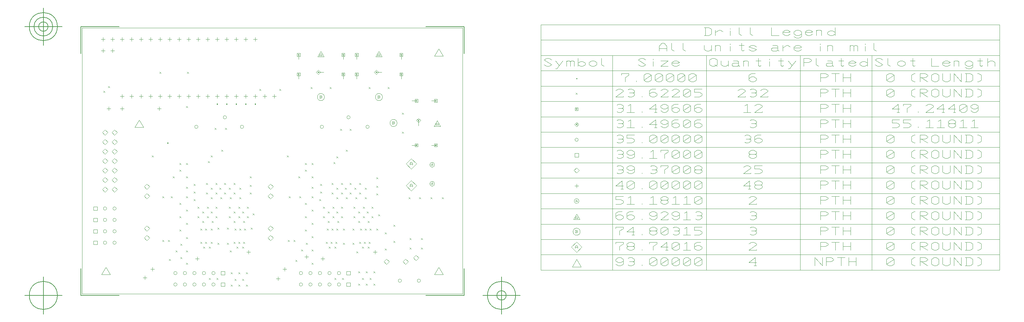
<source format=gbr>
G04 Generated by Ultiboard 13.0 *
%FSLAX25Y25*%
%MOIN*%

%ADD10C,0.00001*%
%ADD11C,0.00394*%
%ADD12C,0.00039*%
%ADD13C,0.00004*%
%ADD14C,0.00500*%


G04 ColorRGB 000000 for the following layer *
%LNDrill Symbols-Copper Top-Copper Bottom*%
%LPD*%
G54D11*
X42000Y206000D02*
X42000Y210000D01*
X40000Y208000D02*
X44000Y208000D01*
X52000Y206000D02*
X52000Y210000D01*
X50000Y208000D02*
X54000Y208000D01*
X62000Y206000D02*
X62000Y210000D01*
X60000Y208000D02*
X64000Y208000D01*
X72000Y206000D02*
X72000Y210000D01*
X70000Y208000D02*
X74000Y208000D01*
X82000Y206000D02*
X82000Y210000D01*
X80000Y208000D02*
X84000Y208000D01*
X92000Y206000D02*
X92000Y210000D01*
X90000Y208000D02*
X94000Y208000D01*
X102000Y206000D02*
X102000Y210000D01*
X100000Y208000D02*
X104000Y208000D01*
X112000Y206000D02*
X112000Y210000D01*
X110000Y208000D02*
X114000Y208000D01*
X122000Y206000D02*
X122000Y210000D01*
X120000Y208000D02*
X124000Y208000D01*
X132000Y206000D02*
X132000Y210000D01*
X130000Y208000D02*
X134000Y208000D01*
X142000Y206000D02*
X142000Y210000D01*
X140000Y208000D02*
X144000Y208000D01*
X152000Y206000D02*
X152000Y210000D01*
X150000Y208000D02*
X154000Y208000D01*
X162000Y206000D02*
X162000Y210000D01*
X160000Y208000D02*
X164000Y208000D01*
X172000Y206000D02*
X172000Y210000D01*
X170000Y208000D02*
X174000Y208000D01*
X182000Y206000D02*
X182000Y210000D01*
X180000Y208000D02*
X184000Y208000D01*
X192000Y206000D02*
X192000Y210000D01*
X190000Y208000D02*
X194000Y208000D01*
X202000Y206000D02*
X202000Y210000D01*
X200000Y208000D02*
X204000Y208000D01*
X22000Y266000D02*
X22000Y270000D01*
X20000Y268000D02*
X24000Y268000D01*
X32000Y266000D02*
X32000Y270000D01*
X30000Y268000D02*
X34000Y268000D01*
X42000Y266000D02*
X42000Y270000D01*
X40000Y268000D02*
X44000Y268000D01*
X52000Y266000D02*
X52000Y270000D01*
X50000Y268000D02*
X54000Y268000D01*
X62000Y266000D02*
X62000Y270000D01*
X60000Y268000D02*
X64000Y268000D01*
X72000Y266000D02*
X72000Y270000D01*
X70000Y268000D02*
X74000Y268000D01*
X82000Y266000D02*
X82000Y270000D01*
X80000Y268000D02*
X84000Y268000D01*
X92000Y266000D02*
X92000Y270000D01*
X90000Y268000D02*
X94000Y268000D01*
X102000Y266000D02*
X102000Y270000D01*
X100000Y268000D02*
X104000Y268000D01*
X112000Y266000D02*
X112000Y270000D01*
X110000Y268000D02*
X114000Y268000D01*
X122000Y266000D02*
X122000Y270000D01*
X120000Y268000D02*
X124000Y268000D01*
X132000Y266000D02*
X132000Y270000D01*
X130000Y268000D02*
X134000Y268000D01*
X142000Y266000D02*
X142000Y270000D01*
X140000Y268000D02*
X144000Y268000D01*
X152000Y266000D02*
X152000Y270000D01*
X150000Y268000D02*
X154000Y268000D01*
X162000Y266000D02*
X162000Y270000D01*
X160000Y268000D02*
X164000Y268000D01*
X172000Y266000D02*
X172000Y270000D01*
X170000Y268000D02*
X174000Y268000D01*
X182000Y266000D02*
X182000Y270000D01*
X180000Y268000D02*
X184000Y268000D01*
X320000Y31216D02*
X322784Y34000D01*
X320000Y36784D01*
X317216Y34000D01*
X320000Y31216D01*
X340000Y31216D02*
X342784Y34000D01*
X340000Y36784D01*
X337216Y34000D01*
X340000Y31216D01*
X34000Y157216D02*
X36784Y160000D01*
X34000Y162784D01*
X31216Y160000D01*
X34000Y157216D01*
X24000Y157216D02*
X26784Y160000D01*
X24000Y162784D01*
X21216Y160000D01*
X24000Y157216D01*
X34000Y167216D02*
X36784Y170000D01*
X34000Y172784D01*
X31216Y170000D01*
X34000Y167216D01*
X24000Y167216D02*
X26784Y170000D01*
X24000Y172784D01*
X21216Y170000D01*
X24000Y167216D01*
X34000Y127216D02*
X36784Y130000D01*
X34000Y132784D01*
X31216Y130000D01*
X34000Y127216D01*
X24000Y127216D02*
X26784Y130000D01*
X24000Y132784D01*
X21216Y130000D01*
X24000Y127216D01*
X34000Y137216D02*
X36784Y140000D01*
X34000Y142784D01*
X31216Y140000D01*
X34000Y137216D01*
X24000Y137216D02*
X26784Y140000D01*
X24000Y142784D01*
X21216Y140000D01*
X24000Y137216D01*
X34000Y147216D02*
X36784Y150000D01*
X34000Y152784D01*
X31216Y150000D01*
X34000Y147216D01*
X24000Y147216D02*
X26784Y150000D01*
X24000Y152784D01*
X21216Y150000D01*
X24000Y147216D01*
X34000Y107216D02*
X36784Y110000D01*
X34000Y112784D01*
X31216Y110000D01*
X34000Y107216D01*
X24000Y107216D02*
X26784Y110000D01*
X24000Y112784D01*
X21216Y110000D01*
X24000Y107216D01*
X34000Y117216D02*
X36784Y120000D01*
X34000Y122784D01*
X31216Y120000D01*
X34000Y117216D01*
X24000Y117216D02*
X26784Y120000D01*
X24000Y122784D01*
X21216Y120000D01*
X24000Y117216D01*
X68000Y56216D02*
X70784Y59000D01*
X68000Y61784D01*
X65216Y59000D01*
X68000Y56216D01*
X68000Y66216D02*
X70784Y69000D01*
X68000Y71784D01*
X65216Y69000D01*
X68000Y66216D01*
X68000Y110216D02*
X70784Y113000D01*
X68000Y115784D01*
X65216Y113000D01*
X68000Y110216D01*
X68000Y100216D02*
X70784Y103000D01*
X68000Y105784D01*
X65216Y103000D01*
X68000Y100216D01*
X198000Y56216D02*
X200784Y59000D01*
X198000Y61784D01*
X195216Y59000D01*
X198000Y56216D01*
X198000Y66216D02*
X200784Y69000D01*
X198000Y71784D01*
X195216Y69000D01*
X198000Y66216D01*
X198000Y110216D02*
X200784Y113000D01*
X198000Y115784D01*
X195216Y113000D01*
X198000Y110216D01*
X198000Y100216D02*
X200784Y103000D01*
X198000Y105784D01*
X195216Y103000D01*
X198000Y100216D01*
X370350Y20350D02*
X379650Y20350D01*
X375000Y28288D01*
X370350Y20350D01*
X20350Y20350D02*
X29650Y20350D01*
X25000Y28288D01*
X20350Y20350D01*
X370350Y250350D02*
X379650Y250350D01*
X375000Y258288D01*
X370350Y250350D01*
X55350Y175350D02*
X64650Y175350D01*
X60000Y183288D01*
X55350Y175350D01*
X367005Y135269D02*
X367005Y136366D01*
X367573Y137097D01*
X368142Y137097D01*
X368711Y136366D01*
X368711Y135269D01*
X367005Y135817D02*
X368711Y135817D01*
X365441Y136000D02*
G75*
D01*
G02X365441Y136000I2559J0*
G01*
X367005Y115269D02*
X367005Y116366D01*
X367573Y117097D01*
X368142Y117097D01*
X368711Y116366D01*
X368711Y115269D01*
X367005Y115817D02*
X368711Y115817D01*
X365441Y116000D02*
G75*
D01*
G02X365441Y116000I2559J0*
G01*
X42000Y193000D02*
X42000Y197000D01*
X40000Y195000D02*
X44000Y195000D01*
X28000Y193000D02*
X28000Y197000D01*
X26000Y195000D02*
X30000Y195000D01*
X74000Y24000D02*
X74000Y28000D01*
X72000Y26000D02*
X76000Y26000D01*
X66000Y15000D02*
X66000Y19000D01*
X64000Y17000D02*
X68000Y17000D01*
X213000Y24000D02*
X213000Y28000D01*
X211000Y26000D02*
X215000Y26000D01*
X206000Y14000D02*
X206000Y18000D01*
X204000Y16000D02*
X208000Y16000D01*
X175000Y42000D02*
X175000Y46000D01*
X173000Y44000D02*
X177000Y44000D01*
X121000Y35000D02*
X121000Y39000D01*
X119000Y37000D02*
X123000Y37000D01*
X253000Y35000D02*
X253000Y39000D01*
X251000Y37000D02*
X255000Y37000D01*
X308000Y42000D02*
X308000Y46000D01*
X306000Y44000D02*
X310000Y44000D01*
X236000Y37000D02*
X236000Y41000D01*
X234000Y39000D02*
X238000Y39000D01*
X344469Y112875D02*
X344469Y114562D01*
X345344Y115687D01*
X346219Y115687D01*
X347094Y114562D01*
X347094Y112875D01*
X344469Y113719D02*
X347094Y113719D01*
X346000Y108432D02*
X351568Y114000D01*
X346000Y119568D01*
X340432Y114000D01*
X346000Y108432D01*
X344469Y135875D02*
X344469Y137562D01*
X345344Y138687D01*
X346219Y138687D01*
X347094Y137562D01*
X347094Y135875D01*
X344469Y136719D02*
X347094Y136719D01*
X346000Y131432D02*
X351568Y137000D01*
X346000Y142568D01*
X340432Y137000D01*
X346000Y131432D01*
X351000Y35216D02*
X353784Y38000D01*
X351000Y40784D01*
X348216Y38000D01*
X351000Y35216D01*
X81000Y193000D02*
X81000Y197000D01*
X79000Y195000D02*
X83000Y195000D01*
X32000Y254000D02*
X32000Y258000D01*
X30000Y256000D02*
X34000Y256000D01*
X22000Y254000D02*
X22000Y258000D01*
X20000Y256000D02*
X24000Y256000D01*
X249699Y250556D02*
X249699Y251990D01*
X250442Y252946D01*
X251186Y252946D01*
X251930Y251990D01*
X251930Y250556D01*
X249699Y251273D02*
X251930Y251273D01*
X247654Y249839D02*
X254346Y249839D01*
X251000Y255551D01*
X247654Y249839D01*
X249545Y206250D02*
X251208Y206250D01*
X252039Y206785D01*
X252039Y207052D01*
X251208Y207586D01*
X252039Y208120D01*
X252039Y208388D01*
X251208Y208922D01*
X249961Y208922D01*
X249545Y208922D01*
X249961Y207586D02*
X251208Y207586D01*
X249961Y208922D02*
X249961Y206250D01*
X247260Y207319D02*
G75*
D01*
G02X247260Y207319I3740J0*
G01*
X371884Y177371D02*
X371884Y178805D01*
X372627Y179761D01*
X373371Y179761D01*
X374115Y178805D01*
X374115Y177371D01*
X371884Y178088D02*
X374115Y178088D01*
X369839Y176654D02*
X376531Y176654D01*
X373185Y182366D01*
X369839Y176654D01*
X325864Y178931D02*
X327527Y178931D01*
X328358Y179466D01*
X328358Y179733D01*
X327527Y180267D01*
X328358Y180801D01*
X328358Y181069D01*
X327527Y181603D01*
X326280Y181603D01*
X325864Y181603D01*
X326280Y180267D02*
X327527Y180267D01*
X326280Y181603D02*
X326280Y178931D01*
X323579Y180000D02*
G75*
D01*
G02X323579Y180000I3740J0*
G01*
X310699Y250556D02*
X310699Y251990D01*
X311442Y252946D01*
X312186Y252946D01*
X312930Y251990D01*
X312930Y250556D01*
X310699Y251273D02*
X312930Y251273D01*
X308654Y249839D02*
X315346Y249839D01*
X312000Y255551D01*
X308654Y249839D01*
X310545Y206250D02*
X312208Y206250D01*
X313039Y206785D01*
X313039Y207052D01*
X312208Y207586D01*
X313039Y208120D01*
X313039Y208388D01*
X312208Y208922D01*
X310961Y208922D01*
X310545Y208922D01*
X310961Y207586D02*
X312208Y207586D01*
X310961Y208922D02*
X310961Y206250D01*
X308260Y207319D02*
G75*
D01*
G02X308260Y207319I3740J0*
G01*
X515157Y28622D02*
X524457Y28622D01*
X519807Y36560D01*
X515157Y28622D01*
X560883Y31584D02*
X563508Y29897D01*
X566133Y29897D01*
X568757Y31584D01*
X568757Y34959D01*
X568757Y36646D01*
X566133Y38334D01*
X563508Y38334D01*
X560883Y36646D01*
X560883Y34959D01*
X563508Y33272D01*
X566133Y33272D01*
X568757Y34959D01*
X574007Y37490D02*
X575319Y38334D01*
X577944Y38334D01*
X580568Y36646D01*
X580568Y34959D01*
X579256Y34115D01*
X580568Y33272D01*
X580568Y31584D01*
X577944Y29897D01*
X575319Y29897D01*
X574007Y30741D01*
X575319Y34115D02*
X579256Y34115D01*
X588442Y29897D02*
X588442Y30741D01*
X596316Y36646D02*
X598941Y38334D01*
X601566Y38334D01*
X604190Y36646D01*
X604190Y31584D01*
X601566Y29897D01*
X598941Y29897D01*
X596316Y31584D01*
X596316Y36646D01*
X604190Y36646D02*
X596316Y31584D01*
X608127Y36646D02*
X610752Y38334D01*
X613377Y38334D01*
X616001Y36646D01*
X616001Y31584D01*
X613377Y29897D01*
X610752Y29897D01*
X608127Y31584D01*
X608127Y36646D01*
X616001Y36646D02*
X608127Y31584D01*
X619938Y36646D02*
X622563Y38334D01*
X625188Y38334D01*
X627812Y36646D01*
X627812Y31584D01*
X625188Y29897D01*
X622563Y29897D01*
X619938Y31584D01*
X619938Y36646D01*
X627812Y36646D02*
X619938Y31584D01*
X631749Y36646D02*
X634374Y38334D01*
X636999Y38334D01*
X639623Y36646D01*
X639623Y31584D01*
X636999Y29897D01*
X634374Y29897D01*
X631749Y31584D01*
X631749Y36646D01*
X639623Y36646D02*
X631749Y31584D01*
X643560Y36646D02*
X646185Y38334D01*
X648810Y38334D01*
X651434Y36646D01*
X651434Y31584D01*
X648810Y29897D01*
X646185Y29897D01*
X643560Y31584D01*
X643560Y36646D01*
X651434Y36646D02*
X643560Y31584D01*
X708915Y33272D02*
X701041Y33272D01*
X707602Y38334D01*
X707602Y29897D01*
X706290Y29897D02*
X708915Y29897D01*
X770332Y29897D02*
X770332Y38334D01*
X778206Y29897D01*
X778206Y38334D01*
X782143Y29897D02*
X782143Y38334D01*
X787392Y38334D01*
X790017Y36646D01*
X790017Y35803D01*
X787392Y34115D01*
X782143Y34115D01*
X797891Y29897D02*
X797891Y38334D01*
X793954Y38334D02*
X801828Y38334D01*
X805765Y29897D02*
X805765Y38334D01*
X813639Y29897D02*
X813639Y38334D01*
X805765Y34115D02*
X813639Y34115D01*
X845529Y36646D02*
X848154Y38334D01*
X850778Y38334D01*
X853403Y36646D01*
X853403Y31584D01*
X850778Y29897D01*
X848154Y29897D01*
X845529Y31584D01*
X845529Y36646D01*
X853403Y36646D02*
X845529Y31584D01*
X875713Y29897D02*
X874400Y29897D01*
X871776Y31584D01*
X871776Y36646D01*
X874400Y38334D01*
X875713Y38334D01*
X880962Y29897D02*
X880962Y38334D01*
X886211Y38334D01*
X888836Y36646D01*
X888836Y35803D01*
X886211Y34115D01*
X880962Y34115D01*
X882274Y34115D02*
X888836Y29897D01*
X892773Y31584D02*
X895398Y29897D01*
X898022Y29897D01*
X900647Y31584D01*
X900647Y36646D01*
X898022Y38334D01*
X895398Y38334D01*
X892773Y36646D01*
X892773Y31584D01*
X904584Y38334D02*
X904584Y31584D01*
X907209Y29897D01*
X909833Y29897D01*
X912458Y31584D01*
X912458Y38334D01*
X916395Y29897D02*
X916395Y38334D01*
X924269Y29897D01*
X924269Y38334D01*
X928206Y29897D02*
X933455Y29897D01*
X936080Y31584D01*
X936080Y36646D01*
X933455Y38334D01*
X928206Y38334D01*
X929518Y38334D02*
X929518Y29897D01*
X941329Y38334D02*
X942642Y38334D01*
X945266Y36646D01*
X945266Y31584D01*
X942642Y29897D01*
X941329Y29897D01*
X518276Y48289D02*
X518276Y49976D01*
X519151Y51101D01*
X520026Y51101D01*
X520901Y49976D01*
X520901Y48289D01*
X518276Y49132D02*
X520901Y49132D01*
X519807Y43846D02*
X525375Y49413D01*
X519807Y54981D01*
X514239Y49413D01*
X519807Y43846D01*
X564820Y46039D02*
X564820Y50257D01*
X568757Y52788D01*
X568757Y54475D01*
X560883Y54475D01*
X560883Y52788D01*
X577944Y46039D02*
X575319Y46039D01*
X572694Y47726D01*
X572694Y49413D01*
X574007Y50257D01*
X572694Y51101D01*
X572694Y52788D01*
X575319Y54475D01*
X577944Y54475D01*
X580568Y52788D01*
X580568Y51101D01*
X579256Y50257D01*
X580568Y49413D01*
X580568Y47726D01*
X577944Y46039D01*
X574007Y50257D02*
X579256Y50257D01*
X588442Y46039D02*
X588442Y46882D01*
X600253Y46039D02*
X600253Y50257D01*
X604190Y52788D01*
X604190Y54475D01*
X596316Y54475D01*
X596316Y52788D01*
X616001Y49413D02*
X608127Y49413D01*
X614689Y54475D01*
X614689Y46039D01*
X613377Y46039D02*
X616001Y46039D01*
X619938Y52788D02*
X622563Y54475D01*
X625188Y54475D01*
X627812Y52788D01*
X627812Y47726D01*
X625188Y46039D01*
X622563Y46039D01*
X619938Y47726D01*
X619938Y52788D01*
X627812Y52788D02*
X619938Y47726D01*
X633062Y52788D02*
X635686Y54475D01*
X635686Y46039D01*
X631749Y46039D02*
X639623Y46039D01*
X650122Y54475D02*
X646185Y54475D01*
X643560Y52788D01*
X643560Y49413D01*
X643560Y47726D01*
X646185Y46039D01*
X648810Y46039D01*
X651434Y47726D01*
X651434Y49413D01*
X648810Y51101D01*
X646185Y51101D01*
X643560Y49413D01*
X701041Y52788D02*
X703665Y54475D01*
X706290Y54475D01*
X708915Y52788D01*
X708915Y51944D01*
X701041Y46039D01*
X708915Y46039D01*
X708915Y46882D01*
X776238Y46039D02*
X776238Y54475D01*
X781487Y54475D01*
X784112Y52788D01*
X784112Y51944D01*
X781487Y50257D01*
X776238Y50257D01*
X791986Y46039D02*
X791986Y54475D01*
X788049Y54475D02*
X795923Y54475D01*
X799860Y46039D02*
X799860Y54475D01*
X807734Y46039D02*
X807734Y54475D01*
X799860Y50257D02*
X807734Y50257D01*
X845529Y52788D02*
X848154Y54475D01*
X850778Y54475D01*
X853403Y52788D01*
X853403Y47726D01*
X850778Y46039D01*
X848154Y46039D01*
X845529Y47726D01*
X845529Y52788D01*
X853403Y52788D02*
X845529Y47726D01*
X875713Y46039D02*
X874400Y46039D01*
X871776Y47726D01*
X871776Y52788D01*
X874400Y54475D01*
X875713Y54475D01*
X880962Y46039D02*
X880962Y54475D01*
X886211Y54475D01*
X888836Y52788D01*
X888836Y51944D01*
X886211Y50257D01*
X880962Y50257D01*
X882274Y50257D02*
X888836Y46039D01*
X892773Y47726D02*
X895398Y46039D01*
X898022Y46039D01*
X900647Y47726D01*
X900647Y52788D01*
X898022Y54475D01*
X895398Y54475D01*
X892773Y52788D01*
X892773Y47726D01*
X904584Y54475D02*
X904584Y47726D01*
X907209Y46039D01*
X909833Y46039D01*
X912458Y47726D01*
X912458Y54475D01*
X916395Y46039D02*
X916395Y54475D01*
X924269Y46039D01*
X924269Y54475D01*
X928206Y46039D02*
X933455Y46039D01*
X936080Y47726D01*
X936080Y52788D01*
X933455Y54475D01*
X928206Y54475D01*
X929518Y54475D02*
X929518Y46039D01*
X941329Y54475D02*
X942642Y54475D01*
X945266Y52788D01*
X945266Y47726D01*
X942642Y46039D01*
X941329Y46039D01*
X518353Y64486D02*
X520015Y64486D01*
X520846Y65021D01*
X520846Y65288D01*
X520015Y65822D01*
X520846Y66357D01*
X520846Y66624D01*
X520015Y67158D01*
X518768Y67158D01*
X518353Y67158D01*
X518768Y65822D02*
X520015Y65822D01*
X518768Y67158D02*
X518768Y64486D01*
X516067Y65555D02*
G75*
D01*
G02X516067Y65555I3740J0*
G01*
X564820Y62181D02*
X564820Y66399D01*
X568757Y68930D01*
X568757Y70617D01*
X560883Y70617D01*
X560883Y68930D01*
X580568Y65555D02*
X572694Y65555D01*
X579256Y70617D01*
X579256Y62181D01*
X577944Y62181D02*
X580568Y62181D01*
X588442Y62181D02*
X588442Y63024D01*
X601566Y62181D02*
X598941Y62181D01*
X596316Y63868D01*
X596316Y65555D01*
X597629Y66399D01*
X596316Y67242D01*
X596316Y68930D01*
X598941Y70617D01*
X601566Y70617D01*
X604190Y68930D01*
X604190Y67242D01*
X602878Y66399D01*
X604190Y65555D01*
X604190Y63868D01*
X601566Y62181D01*
X597629Y66399D02*
X602878Y66399D01*
X608127Y68930D02*
X610752Y70617D01*
X613377Y70617D01*
X616001Y68930D01*
X616001Y63868D01*
X613377Y62181D01*
X610752Y62181D01*
X608127Y63868D01*
X608127Y68930D01*
X616001Y68930D02*
X608127Y63868D01*
X621251Y69773D02*
X622563Y70617D01*
X625188Y70617D01*
X627812Y68930D01*
X627812Y67242D01*
X626500Y66399D01*
X627812Y65555D01*
X627812Y63868D01*
X625188Y62181D01*
X622563Y62181D01*
X621251Y63024D01*
X622563Y66399D02*
X626500Y66399D01*
X633062Y68930D02*
X635686Y70617D01*
X635686Y62181D01*
X631749Y62181D02*
X639623Y62181D01*
X651434Y70617D02*
X643560Y70617D01*
X643560Y67242D01*
X648810Y67242D01*
X651434Y65555D01*
X651434Y63868D01*
X648810Y62181D01*
X643560Y62181D01*
X702353Y69773D02*
X703665Y70617D01*
X706290Y70617D01*
X708915Y68930D01*
X708915Y67242D01*
X707602Y66399D01*
X708915Y65555D01*
X708915Y63868D01*
X706290Y62181D01*
X703665Y62181D01*
X702353Y63024D01*
X703665Y66399D02*
X707602Y66399D01*
X776238Y62181D02*
X776238Y70617D01*
X781487Y70617D01*
X784112Y68930D01*
X784112Y68086D01*
X781487Y66399D01*
X776238Y66399D01*
X791986Y62181D02*
X791986Y70617D01*
X788049Y70617D02*
X795923Y70617D01*
X799860Y62181D02*
X799860Y70617D01*
X807734Y62181D02*
X807734Y70617D01*
X799860Y66399D02*
X807734Y66399D01*
X845529Y68930D02*
X848154Y70617D01*
X850778Y70617D01*
X853403Y68930D01*
X853403Y63868D01*
X850778Y62181D01*
X848154Y62181D01*
X845529Y63868D01*
X845529Y68930D01*
X853403Y68930D02*
X845529Y63868D01*
X875713Y62181D02*
X874400Y62181D01*
X871776Y63868D01*
X871776Y68930D01*
X874400Y70617D01*
X875713Y70617D01*
X880962Y62181D02*
X880962Y70617D01*
X886211Y70617D01*
X888836Y68930D01*
X888836Y68086D01*
X886211Y66399D01*
X880962Y66399D01*
X882274Y66399D02*
X888836Y62181D01*
X892773Y63868D02*
X895398Y62181D01*
X898022Y62181D01*
X900647Y63868D01*
X900647Y68930D01*
X898022Y70617D01*
X895398Y70617D01*
X892773Y68930D01*
X892773Y63868D01*
X904584Y70617D02*
X904584Y63868D01*
X907209Y62181D01*
X909833Y62181D01*
X912458Y63868D01*
X912458Y70617D01*
X916395Y62181D02*
X916395Y70617D01*
X924269Y62181D01*
X924269Y70617D01*
X928206Y62181D02*
X933455Y62181D01*
X936080Y63868D01*
X936080Y68930D01*
X933455Y70617D01*
X928206Y70617D01*
X929518Y70617D02*
X929518Y62181D01*
X941329Y70617D02*
X942642Y70617D01*
X945266Y68930D01*
X945266Y63868D01*
X942642Y62181D01*
X941329Y62181D01*
X518506Y79067D02*
X518506Y80502D01*
X519249Y81458D01*
X519993Y81458D01*
X520737Y80502D01*
X520737Y79067D01*
X518506Y79785D02*
X520737Y79785D01*
X516461Y78350D02*
X523154Y78350D01*
X519807Y84063D01*
X516461Y78350D01*
X567445Y86759D02*
X563508Y86759D01*
X560883Y85071D01*
X560883Y81697D01*
X560883Y80010D01*
X563508Y78322D01*
X566133Y78322D01*
X568757Y80010D01*
X568757Y81697D01*
X566133Y83384D01*
X563508Y83384D01*
X560883Y81697D01*
X579256Y86759D02*
X575319Y86759D01*
X572694Y85071D01*
X572694Y81697D01*
X572694Y80010D01*
X575319Y78322D01*
X577944Y78322D01*
X580568Y80010D01*
X580568Y81697D01*
X577944Y83384D01*
X575319Y83384D01*
X572694Y81697D01*
X588442Y78322D02*
X588442Y79166D01*
X596316Y80010D02*
X598941Y78322D01*
X601566Y78322D01*
X604190Y80010D01*
X604190Y83384D01*
X604190Y85071D01*
X601566Y86759D01*
X598941Y86759D01*
X596316Y85071D01*
X596316Y83384D01*
X598941Y81697D01*
X601566Y81697D01*
X604190Y83384D01*
X608127Y85071D02*
X610752Y86759D01*
X613377Y86759D01*
X616001Y85071D01*
X616001Y84228D01*
X608127Y78322D01*
X616001Y78322D01*
X616001Y79166D01*
X619938Y80010D02*
X622563Y78322D01*
X625188Y78322D01*
X627812Y80010D01*
X627812Y83384D01*
X627812Y85071D01*
X625188Y86759D01*
X622563Y86759D01*
X619938Y85071D01*
X619938Y83384D01*
X622563Y81697D01*
X625188Y81697D01*
X627812Y83384D01*
X633062Y85071D02*
X635686Y86759D01*
X635686Y78322D01*
X631749Y78322D02*
X639623Y78322D01*
X644873Y85915D02*
X646185Y86759D01*
X648810Y86759D01*
X651434Y85071D01*
X651434Y83384D01*
X650122Y82540D01*
X651434Y81697D01*
X651434Y80010D01*
X648810Y78322D01*
X646185Y78322D01*
X644873Y79166D01*
X646185Y82540D02*
X650122Y82540D01*
X702353Y85915D02*
X703665Y86759D01*
X706290Y86759D01*
X708915Y85071D01*
X708915Y83384D01*
X707602Y82540D01*
X708915Y81697D01*
X708915Y80010D01*
X706290Y78322D01*
X703665Y78322D01*
X702353Y79166D01*
X703665Y82540D02*
X707602Y82540D01*
X776238Y78322D02*
X776238Y86759D01*
X781487Y86759D01*
X784112Y85071D01*
X784112Y84228D01*
X781487Y82540D01*
X776238Y82540D01*
X791986Y78322D02*
X791986Y86759D01*
X788049Y86759D02*
X795923Y86759D01*
X799860Y78322D02*
X799860Y86759D01*
X807734Y78322D02*
X807734Y86759D01*
X799860Y82540D02*
X807734Y82540D01*
X845529Y85071D02*
X848154Y86759D01*
X850778Y86759D01*
X853403Y85071D01*
X853403Y80010D01*
X850778Y78322D01*
X848154Y78322D01*
X845529Y80010D01*
X845529Y85071D01*
X853403Y85071D02*
X845529Y80010D01*
X875713Y78322D02*
X874400Y78322D01*
X871776Y80010D01*
X871776Y85071D01*
X874400Y86759D01*
X875713Y86759D01*
X880962Y78322D02*
X880962Y86759D01*
X886211Y86759D01*
X888836Y85071D01*
X888836Y84228D01*
X886211Y82540D01*
X880962Y82540D01*
X882274Y82540D02*
X888836Y78322D01*
X892773Y80010D02*
X895398Y78322D01*
X898022Y78322D01*
X900647Y80010D01*
X900647Y85071D01*
X898022Y86759D01*
X895398Y86759D01*
X892773Y85071D01*
X892773Y80010D01*
X904584Y86759D02*
X904584Y80010D01*
X907209Y78322D01*
X909833Y78322D01*
X912458Y80010D01*
X912458Y86759D01*
X916395Y78322D02*
X916395Y86759D01*
X924269Y78322D01*
X924269Y86759D01*
X928206Y78322D02*
X933455Y78322D01*
X936080Y80010D01*
X936080Y85071D01*
X933455Y86759D01*
X928206Y86759D01*
X929518Y86759D02*
X929518Y78322D01*
X941329Y86759D02*
X942642Y86759D01*
X945266Y85071D01*
X945266Y80010D01*
X942642Y78322D01*
X941329Y78322D01*
X568757Y102900D02*
X560883Y102900D01*
X560883Y99526D01*
X566133Y99526D01*
X568757Y97839D01*
X568757Y96151D01*
X566133Y94464D01*
X560883Y94464D01*
X574007Y101213D02*
X576631Y102900D01*
X576631Y94464D01*
X572694Y94464D02*
X580568Y94464D01*
X588442Y94464D02*
X588442Y95308D01*
X597629Y101213D02*
X600253Y102900D01*
X600253Y94464D01*
X596316Y94464D02*
X604190Y94464D01*
X613377Y94464D02*
X610752Y94464D01*
X608127Y96151D01*
X608127Y97839D01*
X609440Y98682D01*
X608127Y99526D01*
X608127Y101213D01*
X610752Y102900D01*
X613377Y102900D01*
X616001Y101213D01*
X616001Y99526D01*
X614689Y98682D01*
X616001Y97839D01*
X616001Y96151D01*
X613377Y94464D01*
X609440Y98682D02*
X614689Y98682D01*
X621251Y101213D02*
X623875Y102900D01*
X623875Y94464D01*
X619938Y94464D02*
X627812Y94464D01*
X633062Y101213D02*
X635686Y102900D01*
X635686Y94464D01*
X631749Y94464D02*
X639623Y94464D01*
X643560Y101213D02*
X646185Y102900D01*
X648810Y102900D01*
X651434Y101213D01*
X651434Y96151D01*
X648810Y94464D01*
X646185Y94464D01*
X643560Y96151D01*
X643560Y101213D01*
X651434Y101213D02*
X643560Y96151D01*
X701041Y101213D02*
X703665Y102900D01*
X706290Y102900D01*
X708915Y101213D01*
X708915Y100370D01*
X701041Y94464D01*
X708915Y94464D01*
X708915Y95308D01*
X776238Y94464D02*
X776238Y102900D01*
X781487Y102900D01*
X784112Y101213D01*
X784112Y100370D01*
X781487Y98682D01*
X776238Y98682D01*
X791986Y94464D02*
X791986Y102900D01*
X788049Y102900D02*
X795923Y102900D01*
X799860Y94464D02*
X799860Y102900D01*
X807734Y94464D02*
X807734Y102900D01*
X799860Y98682D02*
X807734Y98682D01*
X845529Y101213D02*
X848154Y102900D01*
X850778Y102900D01*
X853403Y101213D01*
X853403Y96151D01*
X850778Y94464D01*
X848154Y94464D01*
X845529Y96151D01*
X845529Y101213D01*
X853403Y101213D02*
X845529Y96151D01*
X875713Y94464D02*
X874400Y94464D01*
X871776Y96151D01*
X871776Y101213D01*
X874400Y102900D01*
X875713Y102900D01*
X880962Y94464D02*
X880962Y102900D01*
X886211Y102900D01*
X888836Y101213D01*
X888836Y100370D01*
X886211Y98682D01*
X880962Y98682D01*
X882274Y98682D02*
X888836Y94464D01*
X892773Y96151D02*
X895398Y94464D01*
X898022Y94464D01*
X900647Y96151D01*
X900647Y101213D01*
X898022Y102900D01*
X895398Y102900D01*
X892773Y101213D01*
X892773Y96151D01*
X904584Y102900D02*
X904584Y96151D01*
X907209Y94464D01*
X909833Y94464D01*
X912458Y96151D01*
X912458Y102900D01*
X916395Y94464D02*
X916395Y102900D01*
X924269Y94464D01*
X924269Y102900D01*
X928206Y94464D02*
X933455Y94464D01*
X936080Y96151D01*
X936080Y101213D01*
X933455Y102900D01*
X928206Y102900D01*
X929518Y102900D02*
X929518Y94464D01*
X941329Y102900D02*
X942642Y102900D01*
X945266Y101213D01*
X945266Y96151D01*
X942642Y94464D01*
X941329Y94464D01*
X518812Y97107D02*
X518812Y98204D01*
X519381Y98935D01*
X519949Y98935D01*
X520518Y98204D01*
X520518Y97107D01*
X518812Y97656D02*
X520518Y97656D01*
X517248Y97839D02*
G75*
D01*
G02X517248Y97839I2559J0*
G01*
X568757Y113980D02*
X560883Y113980D01*
X567445Y119042D01*
X567445Y110606D01*
X566133Y110606D02*
X568757Y110606D01*
X572694Y117355D02*
X575319Y119042D01*
X577944Y119042D01*
X580568Y117355D01*
X580568Y112293D01*
X577944Y110606D01*
X575319Y110606D01*
X572694Y112293D01*
X572694Y117355D01*
X580568Y117355D02*
X572694Y112293D01*
X588442Y110606D02*
X588442Y111449D01*
X596316Y117355D02*
X598941Y119042D01*
X601566Y119042D01*
X604190Y117355D01*
X604190Y112293D01*
X601566Y110606D01*
X598941Y110606D01*
X596316Y112293D01*
X596316Y117355D01*
X604190Y117355D02*
X596316Y112293D01*
X608127Y117355D02*
X610752Y119042D01*
X613377Y119042D01*
X616001Y117355D01*
X616001Y112293D01*
X613377Y110606D01*
X610752Y110606D01*
X608127Y112293D01*
X608127Y117355D01*
X616001Y117355D02*
X608127Y112293D01*
X619938Y117355D02*
X622563Y119042D01*
X625188Y119042D01*
X627812Y117355D01*
X627812Y112293D01*
X625188Y110606D01*
X622563Y110606D01*
X619938Y112293D01*
X619938Y117355D01*
X627812Y117355D02*
X619938Y112293D01*
X631749Y117355D02*
X634374Y119042D01*
X636999Y119042D01*
X639623Y117355D01*
X639623Y112293D01*
X636999Y110606D01*
X634374Y110606D01*
X631749Y112293D01*
X631749Y117355D01*
X639623Y117355D02*
X631749Y112293D01*
X643560Y117355D02*
X646185Y119042D01*
X648810Y119042D01*
X651434Y117355D01*
X651434Y112293D01*
X648810Y110606D01*
X646185Y110606D01*
X643560Y112293D01*
X643560Y117355D01*
X651434Y117355D02*
X643560Y112293D01*
X703009Y113980D02*
X695135Y113980D01*
X701697Y119042D01*
X701697Y110606D01*
X700385Y110606D02*
X703009Y110606D01*
X712196Y110606D02*
X709571Y110606D01*
X706946Y112293D01*
X706946Y113980D01*
X708259Y114824D01*
X706946Y115668D01*
X706946Y117355D01*
X709571Y119042D01*
X712196Y119042D01*
X714820Y117355D01*
X714820Y115668D01*
X713508Y114824D01*
X714820Y113980D01*
X714820Y112293D01*
X712196Y110606D01*
X708259Y114824D02*
X713508Y114824D01*
X776238Y110606D02*
X776238Y119042D01*
X781487Y119042D01*
X784112Y117355D01*
X784112Y116511D01*
X781487Y114824D01*
X776238Y114824D01*
X791986Y110606D02*
X791986Y119042D01*
X788049Y119042D02*
X795923Y119042D01*
X799860Y110606D02*
X799860Y119042D01*
X807734Y110606D02*
X807734Y119042D01*
X799860Y114824D02*
X807734Y114824D01*
X845529Y117355D02*
X848154Y119042D01*
X850778Y119042D01*
X853403Y117355D01*
X853403Y112293D01*
X850778Y110606D01*
X848154Y110606D01*
X845529Y112293D01*
X845529Y117355D01*
X853403Y117355D02*
X845529Y112293D01*
X875713Y110606D02*
X874400Y110606D01*
X871776Y112293D01*
X871776Y117355D01*
X874400Y119042D01*
X875713Y119042D01*
X880962Y110606D02*
X880962Y119042D01*
X886211Y119042D01*
X888836Y117355D01*
X888836Y116511D01*
X886211Y114824D01*
X880962Y114824D01*
X882274Y114824D02*
X888836Y110606D01*
X892773Y112293D02*
X895398Y110606D01*
X898022Y110606D01*
X900647Y112293D01*
X900647Y117355D01*
X898022Y119042D01*
X895398Y119042D01*
X892773Y117355D01*
X892773Y112293D01*
X904584Y119042D02*
X904584Y112293D01*
X907209Y110606D01*
X909833Y110606D01*
X912458Y112293D01*
X912458Y119042D01*
X916395Y110606D02*
X916395Y119042D01*
X924269Y110606D01*
X924269Y119042D01*
X928206Y110606D02*
X933455Y110606D01*
X936080Y112293D01*
X936080Y117355D01*
X933455Y119042D01*
X928206Y119042D01*
X929518Y119042D02*
X929518Y110606D01*
X941329Y119042D02*
X942642Y119042D01*
X945266Y117355D01*
X945266Y112293D01*
X942642Y110606D01*
X941329Y110606D01*
X519807Y111980D02*
X519807Y115980D01*
X517807Y113980D02*
X521807Y113980D01*
X562196Y134340D02*
X563508Y135184D01*
X566133Y135184D01*
X568757Y133497D01*
X568757Y131809D01*
X567445Y130966D01*
X568757Y130122D01*
X568757Y128435D01*
X566133Y126747D01*
X563508Y126747D01*
X562196Y127591D01*
X563508Y130966D02*
X567445Y130966D01*
X572694Y128435D02*
X575319Y126747D01*
X577944Y126747D01*
X580568Y128435D01*
X580568Y131809D01*
X580568Y133497D01*
X577944Y135184D01*
X575319Y135184D01*
X572694Y133497D01*
X572694Y131809D01*
X575319Y130122D01*
X577944Y130122D01*
X580568Y131809D01*
X588442Y126747D02*
X588442Y127591D01*
X597629Y134340D02*
X598941Y135184D01*
X601566Y135184D01*
X604190Y133497D01*
X604190Y131809D01*
X602878Y130966D01*
X604190Y130122D01*
X604190Y128435D01*
X601566Y126747D01*
X598941Y126747D01*
X597629Y127591D01*
X598941Y130966D02*
X602878Y130966D01*
X612064Y126747D02*
X612064Y130966D01*
X616001Y133497D01*
X616001Y135184D01*
X608127Y135184D01*
X608127Y133497D01*
X619938Y133497D02*
X622563Y135184D01*
X625188Y135184D01*
X627812Y133497D01*
X627812Y128435D01*
X625188Y126747D01*
X622563Y126747D01*
X619938Y128435D01*
X619938Y133497D01*
X627812Y133497D02*
X619938Y128435D01*
X631749Y133497D02*
X634374Y135184D01*
X636999Y135184D01*
X639623Y133497D01*
X639623Y128435D01*
X636999Y126747D01*
X634374Y126747D01*
X631749Y128435D01*
X631749Y133497D01*
X639623Y133497D02*
X631749Y128435D01*
X648810Y126747D02*
X646185Y126747D01*
X643560Y128435D01*
X643560Y130122D01*
X644873Y130966D01*
X643560Y131809D01*
X643560Y133497D01*
X646185Y135184D01*
X648810Y135184D01*
X651434Y133497D01*
X651434Y131809D01*
X650122Y130966D01*
X651434Y130122D01*
X651434Y128435D01*
X648810Y126747D01*
X644873Y130966D02*
X650122Y130966D01*
X695135Y133497D02*
X697760Y135184D01*
X700385Y135184D01*
X703009Y133497D01*
X703009Y132653D01*
X695135Y126747D01*
X703009Y126747D01*
X703009Y127591D01*
X714820Y135184D02*
X706946Y135184D01*
X706946Y131809D01*
X712196Y131809D01*
X714820Y130122D01*
X714820Y128435D01*
X712196Y126747D01*
X706946Y126747D01*
X776238Y126747D02*
X776238Y135184D01*
X781487Y135184D01*
X784112Y133497D01*
X784112Y132653D01*
X781487Y130966D01*
X776238Y130966D01*
X791986Y126747D02*
X791986Y135184D01*
X788049Y135184D02*
X795923Y135184D01*
X799860Y126747D02*
X799860Y135184D01*
X807734Y126747D02*
X807734Y135184D01*
X799860Y130966D02*
X807734Y130966D01*
X845529Y133497D02*
X848154Y135184D01*
X850778Y135184D01*
X853403Y133497D01*
X853403Y128435D01*
X850778Y126747D01*
X848154Y126747D01*
X845529Y128435D01*
X845529Y133497D01*
X853403Y133497D02*
X845529Y128435D01*
X875713Y126747D02*
X874400Y126747D01*
X871776Y128435D01*
X871776Y133497D01*
X874400Y135184D01*
X875713Y135184D01*
X880962Y126747D02*
X880962Y135184D01*
X886211Y135184D01*
X888836Y133497D01*
X888836Y132653D01*
X886211Y130966D01*
X880962Y130966D01*
X882274Y130966D02*
X888836Y126747D01*
X892773Y128435D02*
X895398Y126747D01*
X898022Y126747D01*
X900647Y128435D01*
X900647Y133497D01*
X898022Y135184D01*
X895398Y135184D01*
X892773Y133497D01*
X892773Y128435D01*
X904584Y135184D02*
X904584Y128435D01*
X907209Y126747D01*
X909833Y126747D01*
X912458Y128435D01*
X912458Y135184D01*
X916395Y126747D02*
X916395Y135184D01*
X924269Y126747D01*
X924269Y135184D01*
X928206Y126747D02*
X933455Y126747D01*
X936080Y128435D01*
X936080Y133497D01*
X933455Y135184D01*
X928206Y135184D01*
X929518Y135184D02*
X929518Y126747D01*
X941329Y135184D02*
X942642Y135184D01*
X945266Y133497D01*
X945266Y128435D01*
X942642Y126747D01*
X941329Y126747D01*
X519807Y127338D02*
X522591Y130122D01*
X519807Y132906D01*
X517023Y130122D01*
X519807Y127338D01*
X562196Y150482D02*
X563508Y151326D01*
X566133Y151326D01*
X568757Y149638D01*
X568757Y147951D01*
X567445Y147107D01*
X568757Y146264D01*
X568757Y144576D01*
X566133Y142889D01*
X563508Y142889D01*
X562196Y143733D01*
X563508Y147107D02*
X567445Y147107D01*
X572694Y144576D02*
X575319Y142889D01*
X577944Y142889D01*
X580568Y144576D01*
X580568Y147951D01*
X580568Y149638D01*
X577944Y151326D01*
X575319Y151326D01*
X572694Y149638D01*
X572694Y147951D01*
X575319Y146264D01*
X577944Y146264D01*
X580568Y147951D01*
X588442Y142889D02*
X588442Y143733D01*
X597629Y149638D02*
X600253Y151326D01*
X600253Y142889D01*
X596316Y142889D02*
X604190Y142889D01*
X612064Y142889D02*
X612064Y147107D01*
X616001Y149638D01*
X616001Y151326D01*
X608127Y151326D01*
X608127Y149638D01*
X619938Y149638D02*
X622563Y151326D01*
X625188Y151326D01*
X627812Y149638D01*
X627812Y144576D01*
X625188Y142889D01*
X622563Y142889D01*
X619938Y144576D01*
X619938Y149638D01*
X627812Y149638D02*
X619938Y144576D01*
X631749Y149638D02*
X634374Y151326D01*
X636999Y151326D01*
X639623Y149638D01*
X639623Y144576D01*
X636999Y142889D01*
X634374Y142889D01*
X631749Y144576D01*
X631749Y149638D01*
X639623Y149638D02*
X631749Y144576D01*
X643560Y149638D02*
X646185Y151326D01*
X648810Y151326D01*
X651434Y149638D01*
X651434Y144576D01*
X648810Y142889D01*
X646185Y142889D01*
X643560Y144576D01*
X643560Y149638D01*
X651434Y149638D02*
X643560Y144576D01*
X706290Y142889D02*
X703665Y142889D01*
X701041Y144576D01*
X701041Y146264D01*
X702353Y147107D01*
X701041Y147951D01*
X701041Y149638D01*
X703665Y151326D01*
X706290Y151326D01*
X708915Y149638D01*
X708915Y147951D01*
X707602Y147107D01*
X708915Y146264D01*
X708915Y144576D01*
X706290Y142889D01*
X702353Y147107D02*
X707602Y147107D01*
X776238Y142889D02*
X776238Y151326D01*
X781487Y151326D01*
X784112Y149638D01*
X784112Y148795D01*
X781487Y147107D01*
X776238Y147107D01*
X791986Y142889D02*
X791986Y151326D01*
X788049Y151326D02*
X795923Y151326D01*
X799860Y142889D02*
X799860Y151326D01*
X807734Y142889D02*
X807734Y151326D01*
X799860Y147107D02*
X807734Y147107D01*
X845529Y149638D02*
X848154Y151326D01*
X850778Y151326D01*
X853403Y149638D01*
X853403Y144576D01*
X850778Y142889D01*
X848154Y142889D01*
X845529Y144576D01*
X845529Y149638D01*
X853403Y149638D02*
X845529Y144576D01*
X875713Y142889D02*
X874400Y142889D01*
X871776Y144576D01*
X871776Y149638D01*
X874400Y151326D01*
X875713Y151326D01*
X880962Y142889D02*
X880962Y151326D01*
X886211Y151326D01*
X888836Y149638D01*
X888836Y148795D01*
X886211Y147107D01*
X880962Y147107D01*
X882274Y147107D02*
X888836Y142889D01*
X892773Y144576D02*
X895398Y142889D01*
X898022Y142889D01*
X900647Y144576D01*
X900647Y149638D01*
X898022Y151326D01*
X895398Y151326D01*
X892773Y149638D01*
X892773Y144576D01*
X904584Y151326D02*
X904584Y144576D01*
X907209Y142889D01*
X909833Y142889D01*
X912458Y144576D01*
X912458Y151326D01*
X916395Y142889D02*
X916395Y151326D01*
X924269Y142889D01*
X924269Y151326D01*
X928206Y142889D02*
X933455Y142889D01*
X936080Y144576D01*
X936080Y149638D01*
X933455Y151326D01*
X928206Y151326D01*
X929518Y151326D02*
X929518Y142889D01*
X941329Y151326D02*
X942642Y151326D01*
X945266Y149638D01*
X945266Y144576D01*
X942642Y142889D01*
X941329Y142889D01*
X562196Y166624D02*
X563508Y167467D01*
X566133Y167467D01*
X568757Y165780D01*
X568757Y164093D01*
X567445Y163249D01*
X568757Y162406D01*
X568757Y160718D01*
X566133Y159031D01*
X563508Y159031D01*
X562196Y159875D01*
X563508Y163249D02*
X567445Y163249D01*
X580568Y167467D02*
X572694Y167467D01*
X572694Y164093D01*
X577944Y164093D01*
X580568Y162406D01*
X580568Y160718D01*
X577944Y159031D01*
X572694Y159031D01*
X588442Y159031D02*
X588442Y159875D01*
X596316Y165780D02*
X598941Y167467D01*
X601566Y167467D01*
X604190Y165780D01*
X604190Y160718D01*
X601566Y159031D01*
X598941Y159031D01*
X596316Y160718D01*
X596316Y165780D01*
X604190Y165780D02*
X596316Y160718D01*
X608127Y165780D02*
X610752Y167467D01*
X613377Y167467D01*
X616001Y165780D01*
X616001Y160718D01*
X613377Y159031D01*
X610752Y159031D01*
X608127Y160718D01*
X608127Y165780D01*
X616001Y165780D02*
X608127Y160718D01*
X619938Y165780D02*
X622563Y167467D01*
X625188Y167467D01*
X627812Y165780D01*
X627812Y160718D01*
X625188Y159031D01*
X622563Y159031D01*
X619938Y160718D01*
X619938Y165780D01*
X627812Y165780D02*
X619938Y160718D01*
X631749Y165780D02*
X634374Y167467D01*
X636999Y167467D01*
X639623Y165780D01*
X639623Y160718D01*
X636999Y159031D01*
X634374Y159031D01*
X631749Y160718D01*
X631749Y165780D01*
X639623Y165780D02*
X631749Y160718D01*
X643560Y165780D02*
X646185Y167467D01*
X648810Y167467D01*
X651434Y165780D01*
X651434Y160718D01*
X648810Y159031D01*
X646185Y159031D01*
X643560Y160718D01*
X643560Y165780D01*
X651434Y165780D02*
X643560Y160718D01*
X696448Y166624D02*
X697760Y167467D01*
X700385Y167467D01*
X703009Y165780D01*
X703009Y164093D01*
X701697Y163249D01*
X703009Y162406D01*
X703009Y160718D01*
X700385Y159031D01*
X697760Y159031D01*
X696448Y159875D01*
X697760Y163249D02*
X701697Y163249D01*
X713508Y167467D02*
X709571Y167467D01*
X706946Y165780D01*
X706946Y162406D01*
X706946Y160718D01*
X709571Y159031D01*
X712196Y159031D01*
X714820Y160718D01*
X714820Y162406D01*
X712196Y164093D01*
X709571Y164093D01*
X706946Y162406D01*
X776238Y159031D02*
X776238Y167467D01*
X781487Y167467D01*
X784112Y165780D01*
X784112Y164936D01*
X781487Y163249D01*
X776238Y163249D01*
X791986Y159031D02*
X791986Y167467D01*
X788049Y167467D02*
X795923Y167467D01*
X799860Y159031D02*
X799860Y167467D01*
X807734Y159031D02*
X807734Y167467D01*
X799860Y163249D02*
X807734Y163249D01*
X845529Y165780D02*
X848154Y167467D01*
X850778Y167467D01*
X853403Y165780D01*
X853403Y160718D01*
X850778Y159031D01*
X848154Y159031D01*
X845529Y160718D01*
X845529Y165780D01*
X853403Y165780D02*
X845529Y160718D01*
X875713Y159031D02*
X874400Y159031D01*
X871776Y160718D01*
X871776Y165780D01*
X874400Y167467D01*
X875713Y167467D01*
X880962Y159031D02*
X880962Y167467D01*
X886211Y167467D01*
X888836Y165780D01*
X888836Y164936D01*
X886211Y163249D01*
X880962Y163249D01*
X882274Y163249D02*
X888836Y159031D01*
X892773Y160718D02*
X895398Y159031D01*
X898022Y159031D01*
X900647Y160718D01*
X900647Y165780D01*
X898022Y167467D01*
X895398Y167467D01*
X892773Y165780D01*
X892773Y160718D01*
X904584Y167467D02*
X904584Y160718D01*
X907209Y159031D01*
X909833Y159031D01*
X912458Y160718D01*
X912458Y167467D01*
X916395Y159031D02*
X916395Y167467D01*
X924269Y159031D01*
X924269Y167467D01*
X928206Y159031D02*
X933455Y159031D01*
X936080Y160718D01*
X936080Y165780D01*
X933455Y167467D01*
X928206Y167467D01*
X929518Y167467D02*
X929518Y159031D01*
X941329Y167467D02*
X942642Y167467D01*
X945266Y165780D01*
X945266Y160718D01*
X942642Y159031D01*
X941329Y159031D01*
X562196Y182765D02*
X563508Y183609D01*
X566133Y183609D01*
X568757Y181922D01*
X568757Y180235D01*
X567445Y179391D01*
X568757Y178547D01*
X568757Y176860D01*
X566133Y175173D01*
X563508Y175173D01*
X562196Y176016D01*
X563508Y179391D02*
X567445Y179391D01*
X574007Y181922D02*
X576631Y183609D01*
X576631Y175173D01*
X572694Y175173D02*
X580568Y175173D01*
X588442Y175173D02*
X588442Y176016D01*
X604190Y178547D02*
X596316Y178547D01*
X602878Y183609D01*
X602878Y175173D01*
X601566Y175173D02*
X604190Y175173D01*
X608127Y176860D02*
X610752Y175173D01*
X613377Y175173D01*
X616001Y176860D01*
X616001Y180235D01*
X616001Y181922D01*
X613377Y183609D01*
X610752Y183609D01*
X608127Y181922D01*
X608127Y180235D01*
X610752Y178547D01*
X613377Y178547D01*
X616001Y180235D01*
X626500Y183609D02*
X622563Y183609D01*
X619938Y181922D01*
X619938Y178547D01*
X619938Y176860D01*
X622563Y175173D01*
X625188Y175173D01*
X627812Y176860D01*
X627812Y178547D01*
X625188Y180235D01*
X622563Y180235D01*
X619938Y178547D01*
X631749Y181922D02*
X634374Y183609D01*
X636999Y183609D01*
X639623Y181922D01*
X639623Y176860D01*
X636999Y175173D01*
X634374Y175173D01*
X631749Y176860D01*
X631749Y181922D01*
X639623Y181922D02*
X631749Y176860D01*
X650122Y183609D02*
X646185Y183609D01*
X643560Y181922D01*
X643560Y178547D01*
X643560Y176860D01*
X646185Y175173D01*
X648810Y175173D01*
X651434Y176860D01*
X651434Y178547D01*
X648810Y180235D01*
X646185Y180235D01*
X643560Y178547D01*
X702353Y182765D02*
X703665Y183609D01*
X706290Y183609D01*
X708915Y181922D01*
X708915Y180235D01*
X707602Y179391D01*
X708915Y178547D01*
X708915Y176860D01*
X706290Y175173D01*
X703665Y175173D01*
X702353Y176016D01*
X703665Y179391D02*
X707602Y179391D01*
X776238Y175173D02*
X776238Y183609D01*
X781487Y183609D01*
X784112Y181922D01*
X784112Y181078D01*
X781487Y179391D01*
X776238Y179391D01*
X791986Y175173D02*
X791986Y183609D01*
X788049Y183609D02*
X795923Y183609D01*
X799860Y175173D02*
X799860Y183609D01*
X807734Y175173D02*
X807734Y183609D01*
X799860Y179391D02*
X807734Y179391D01*
X859308Y183609D02*
X851434Y183609D01*
X851434Y180235D01*
X856684Y180235D01*
X859308Y178547D01*
X859308Y176860D01*
X856684Y175173D01*
X851434Y175173D01*
X871119Y183609D02*
X863245Y183609D01*
X863245Y180235D01*
X868495Y180235D01*
X871119Y178547D01*
X871119Y176860D01*
X868495Y175173D01*
X863245Y175173D01*
X878993Y175173D02*
X878993Y176016D01*
X888180Y181922D02*
X890804Y183609D01*
X890804Y175173D01*
X886867Y175173D02*
X894741Y175173D01*
X899991Y181922D02*
X902615Y183609D01*
X902615Y175173D01*
X898678Y175173D02*
X906552Y175173D01*
X915739Y175173D02*
X913114Y175173D01*
X910490Y176860D01*
X910490Y178547D01*
X911802Y179391D01*
X910490Y180235D01*
X910490Y181922D01*
X913114Y183609D01*
X915739Y183609D01*
X918364Y181922D01*
X918364Y180235D01*
X917051Y179391D01*
X918364Y178547D01*
X918364Y176860D01*
X915739Y175173D01*
X911802Y179391D02*
X917051Y179391D01*
X923613Y181922D02*
X926238Y183609D01*
X926238Y175173D01*
X922301Y175173D02*
X930175Y175173D01*
X935424Y181922D02*
X938049Y183609D01*
X938049Y175173D01*
X934112Y175173D02*
X941986Y175173D01*
X562196Y198907D02*
X563508Y199751D01*
X566133Y199751D01*
X568757Y198064D01*
X568757Y196376D01*
X567445Y195533D01*
X568757Y194689D01*
X568757Y193002D01*
X566133Y191314D01*
X563508Y191314D01*
X562196Y192158D01*
X563508Y195533D02*
X567445Y195533D01*
X574007Y198064D02*
X576631Y199751D01*
X576631Y191314D01*
X572694Y191314D02*
X580568Y191314D01*
X588442Y191314D02*
X588442Y192158D01*
X604190Y194689D02*
X596316Y194689D01*
X602878Y199751D01*
X602878Y191314D01*
X601566Y191314D02*
X604190Y191314D01*
X608127Y193002D02*
X610752Y191314D01*
X613377Y191314D01*
X616001Y193002D01*
X616001Y196376D01*
X616001Y198064D01*
X613377Y199751D01*
X610752Y199751D01*
X608127Y198064D01*
X608127Y196376D01*
X610752Y194689D01*
X613377Y194689D01*
X616001Y196376D01*
X626500Y199751D02*
X622563Y199751D01*
X619938Y198064D01*
X619938Y194689D01*
X619938Y193002D01*
X622563Y191314D01*
X625188Y191314D01*
X627812Y193002D01*
X627812Y194689D01*
X625188Y196376D01*
X622563Y196376D01*
X619938Y194689D01*
X631749Y198064D02*
X634374Y199751D01*
X636999Y199751D01*
X639623Y198064D01*
X639623Y193002D01*
X636999Y191314D01*
X634374Y191314D01*
X631749Y193002D01*
X631749Y198064D01*
X639623Y198064D02*
X631749Y193002D01*
X650122Y199751D02*
X646185Y199751D01*
X643560Y198064D01*
X643560Y194689D01*
X643560Y193002D01*
X646185Y191314D01*
X648810Y191314D01*
X651434Y193002D01*
X651434Y194689D01*
X648810Y196376D01*
X646185Y196376D01*
X643560Y194689D01*
X696448Y198064D02*
X699072Y199751D01*
X699072Y191314D01*
X695135Y191314D02*
X703009Y191314D01*
X706946Y198064D02*
X709571Y199751D01*
X712196Y199751D01*
X714820Y198064D01*
X714820Y197220D01*
X706946Y191314D01*
X714820Y191314D01*
X714820Y192158D01*
X776238Y191314D02*
X776238Y199751D01*
X781487Y199751D01*
X784112Y198064D01*
X784112Y197220D01*
X781487Y195533D01*
X776238Y195533D01*
X791986Y191314D02*
X791986Y199751D01*
X788049Y199751D02*
X795923Y199751D01*
X799860Y191314D02*
X799860Y199751D01*
X807734Y191314D02*
X807734Y199751D01*
X799860Y195533D02*
X807734Y195533D01*
X859308Y194689D02*
X851434Y194689D01*
X857996Y199751D01*
X857996Y191314D01*
X856684Y191314D02*
X859308Y191314D01*
X867182Y191314D02*
X867182Y195533D01*
X871119Y198064D01*
X871119Y199751D01*
X863245Y199751D01*
X863245Y198064D01*
X878993Y191314D02*
X878993Y192158D01*
X886867Y198064D02*
X889492Y199751D01*
X892117Y199751D01*
X894741Y198064D01*
X894741Y197220D01*
X886867Y191314D01*
X894741Y191314D01*
X894741Y192158D01*
X906552Y194689D02*
X898678Y194689D01*
X905240Y199751D01*
X905240Y191314D01*
X903928Y191314D02*
X906552Y191314D01*
X918364Y194689D02*
X910490Y194689D01*
X917051Y199751D01*
X917051Y191314D01*
X915739Y191314D02*
X918364Y191314D01*
X922301Y198064D02*
X924925Y199751D01*
X927550Y199751D01*
X930175Y198064D01*
X930175Y193002D01*
X927550Y191314D01*
X924925Y191314D01*
X922301Y193002D01*
X922301Y198064D01*
X930175Y198064D02*
X922301Y193002D01*
X934112Y193002D02*
X936736Y191314D01*
X939361Y191314D01*
X941986Y193002D01*
X941986Y196376D01*
X941986Y198064D01*
X939361Y199751D01*
X936736Y199751D01*
X934112Y198064D01*
X934112Y196376D01*
X936736Y194689D01*
X939361Y194689D01*
X941986Y196376D01*
X560883Y214205D02*
X563508Y215893D01*
X566133Y215893D01*
X568757Y214205D01*
X568757Y213362D01*
X560883Y207456D01*
X568757Y207456D01*
X568757Y208300D01*
X574007Y215049D02*
X575319Y215893D01*
X577944Y215893D01*
X580568Y214205D01*
X580568Y212518D01*
X579256Y211674D01*
X580568Y210831D01*
X580568Y209143D01*
X577944Y207456D01*
X575319Y207456D01*
X574007Y208300D01*
X575319Y211674D02*
X579256Y211674D01*
X588442Y207456D02*
X588442Y208300D01*
X602878Y215893D02*
X598941Y215893D01*
X596316Y214205D01*
X596316Y210831D01*
X596316Y209143D01*
X598941Y207456D01*
X601566Y207456D01*
X604190Y209143D01*
X604190Y210831D01*
X601566Y212518D01*
X598941Y212518D01*
X596316Y210831D01*
X608127Y214205D02*
X610752Y215893D01*
X613377Y215893D01*
X616001Y214205D01*
X616001Y213362D01*
X608127Y207456D01*
X616001Y207456D01*
X616001Y208300D01*
X619938Y214205D02*
X622563Y215893D01*
X625188Y215893D01*
X627812Y214205D01*
X627812Y213362D01*
X619938Y207456D01*
X627812Y207456D01*
X627812Y208300D01*
X631749Y214205D02*
X634374Y215893D01*
X636999Y215893D01*
X639623Y214205D01*
X639623Y209143D01*
X636999Y207456D01*
X634374Y207456D01*
X631749Y209143D01*
X631749Y214205D01*
X639623Y214205D02*
X631749Y209143D01*
X651434Y215893D02*
X643560Y215893D01*
X643560Y212518D01*
X648810Y212518D01*
X651434Y210831D01*
X651434Y209143D01*
X648810Y207456D01*
X643560Y207456D01*
X689230Y214205D02*
X691854Y215893D01*
X694479Y215893D01*
X697104Y214205D01*
X697104Y213362D01*
X689230Y207456D01*
X697104Y207456D01*
X697104Y208300D01*
X702353Y215049D02*
X703665Y215893D01*
X706290Y215893D01*
X708915Y214205D01*
X708915Y212518D01*
X707602Y211674D01*
X708915Y210831D01*
X708915Y209143D01*
X706290Y207456D01*
X703665Y207456D01*
X702353Y208300D01*
X703665Y211674D02*
X707602Y211674D01*
X712852Y214205D02*
X715476Y215893D01*
X718101Y215893D01*
X720726Y214205D01*
X720726Y213362D01*
X712852Y207456D01*
X720726Y207456D01*
X720726Y208300D01*
X776238Y207456D02*
X776238Y215893D01*
X781487Y215893D01*
X784112Y214205D01*
X784112Y213362D01*
X781487Y211674D01*
X776238Y211674D01*
X791986Y207456D02*
X791986Y215893D01*
X788049Y215893D02*
X795923Y215893D01*
X799860Y207456D02*
X799860Y215893D01*
X807734Y207456D02*
X807734Y215893D01*
X799860Y211674D02*
X807734Y211674D01*
X845529Y214205D02*
X848154Y215893D01*
X850778Y215893D01*
X853403Y214205D01*
X853403Y209143D01*
X850778Y207456D01*
X848154Y207456D01*
X845529Y209143D01*
X845529Y214205D01*
X853403Y214205D02*
X845529Y209143D01*
X875713Y207456D02*
X874400Y207456D01*
X871776Y209143D01*
X871776Y214205D01*
X874400Y215893D01*
X875713Y215893D01*
X880962Y207456D02*
X880962Y215893D01*
X886211Y215893D01*
X888836Y214205D01*
X888836Y213362D01*
X886211Y211674D01*
X880962Y211674D01*
X882274Y211674D02*
X888836Y207456D01*
X892773Y209143D02*
X895398Y207456D01*
X898022Y207456D01*
X900647Y209143D01*
X900647Y214205D01*
X898022Y215893D01*
X895398Y215893D01*
X892773Y214205D01*
X892773Y209143D01*
X904584Y215893D02*
X904584Y209143D01*
X907209Y207456D01*
X909833Y207456D01*
X912458Y209143D01*
X912458Y215893D01*
X916395Y207456D02*
X916395Y215893D01*
X924269Y207456D01*
X924269Y215893D01*
X928206Y207456D02*
X933455Y207456D01*
X936080Y209143D01*
X936080Y214205D01*
X933455Y215893D01*
X928206Y215893D01*
X929518Y215893D02*
X929518Y207456D01*
X941329Y215893D02*
X942642Y215893D01*
X945266Y214205D01*
X945266Y209143D01*
X942642Y207456D01*
X941329Y207456D01*
X570726Y223598D02*
X570726Y227816D01*
X574663Y230347D01*
X574663Y232034D01*
X566789Y232034D01*
X566789Y230347D01*
X582537Y223598D02*
X582537Y224442D01*
X590411Y230347D02*
X593035Y232034D01*
X595660Y232034D01*
X598285Y230347D01*
X598285Y225285D01*
X595660Y223598D01*
X593035Y223598D01*
X590411Y225285D01*
X590411Y230347D01*
X598285Y230347D02*
X590411Y225285D01*
X602222Y230347D02*
X604846Y232034D01*
X607471Y232034D01*
X610096Y230347D01*
X610096Y225285D01*
X607471Y223598D01*
X604846Y223598D01*
X602222Y225285D01*
X602222Y230347D01*
X610096Y230347D02*
X602222Y225285D01*
X614033Y230347D02*
X616657Y232034D01*
X619282Y232034D01*
X621907Y230347D01*
X621907Y225285D01*
X619282Y223598D01*
X616657Y223598D01*
X614033Y225285D01*
X614033Y230347D01*
X621907Y230347D02*
X614033Y225285D01*
X625844Y230347D02*
X628469Y232034D01*
X631093Y232034D01*
X633718Y230347D01*
X633718Y225285D01*
X631093Y223598D01*
X628469Y223598D01*
X625844Y225285D01*
X625844Y230347D01*
X633718Y230347D02*
X625844Y225285D01*
X637655Y230347D02*
X640280Y232034D01*
X642904Y232034D01*
X645529Y230347D01*
X645529Y225285D01*
X642904Y223598D01*
X640280Y223598D01*
X637655Y225285D01*
X637655Y230347D01*
X645529Y230347D02*
X637655Y225285D01*
X707602Y232034D02*
X703665Y232034D01*
X701041Y230347D01*
X701041Y226972D01*
X701041Y225285D01*
X703665Y223598D01*
X706290Y223598D01*
X708915Y225285D01*
X708915Y226972D01*
X706290Y228660D01*
X703665Y228660D01*
X701041Y226972D01*
X776238Y223598D02*
X776238Y232034D01*
X781487Y232034D01*
X784112Y230347D01*
X784112Y229503D01*
X781487Y227816D01*
X776238Y227816D01*
X791986Y223598D02*
X791986Y232034D01*
X788049Y232034D02*
X795923Y232034D01*
X799860Y223598D02*
X799860Y232034D01*
X807734Y223598D02*
X807734Y232034D01*
X799860Y227816D02*
X807734Y227816D01*
X845529Y230347D02*
X848154Y232034D01*
X850778Y232034D01*
X853403Y230347D01*
X853403Y225285D01*
X850778Y223598D01*
X848154Y223598D01*
X845529Y225285D01*
X845529Y230347D01*
X853403Y230347D02*
X845529Y225285D01*
X875713Y223598D02*
X874400Y223598D01*
X871776Y225285D01*
X871776Y230347D01*
X874400Y232034D01*
X875713Y232034D01*
X880962Y223598D02*
X880962Y232034D01*
X886211Y232034D01*
X888836Y230347D01*
X888836Y229503D01*
X886211Y227816D01*
X880962Y227816D01*
X882274Y227816D02*
X888836Y223598D01*
X892773Y225285D02*
X895398Y223598D01*
X898022Y223598D01*
X900647Y225285D01*
X900647Y230347D01*
X898022Y232034D01*
X895398Y232034D01*
X892773Y230347D01*
X892773Y225285D01*
X904584Y232034D02*
X904584Y225285D01*
X907209Y223598D01*
X909833Y223598D01*
X912458Y225285D01*
X912458Y232034D01*
X916395Y223598D02*
X916395Y232034D01*
X924269Y223598D01*
X924269Y232034D01*
X928206Y223598D02*
X933455Y223598D01*
X936080Y225285D01*
X936080Y230347D01*
X933455Y232034D01*
X928206Y232034D01*
X929518Y232034D02*
X929518Y223598D01*
X941329Y232034D02*
X942642Y232034D01*
X945266Y230347D01*
X945266Y225285D01*
X942642Y223598D01*
X941329Y223598D01*
G54D12*
X103165Y38835D02*
X104835Y37165D01*
X103165Y37165D02*
X104835Y38835D01*
X109165Y45835D02*
X110835Y44165D01*
X109165Y44165D02*
X110835Y45835D01*
X127165Y49835D02*
X128835Y48165D01*
X127165Y48165D02*
X128835Y49835D01*
X133165Y49835D02*
X134835Y48165D01*
X133165Y48165D02*
X134835Y49835D01*
X162165Y49835D02*
X163835Y48165D01*
X162165Y48165D02*
X163835Y49835D01*
X168165Y49835D02*
X169835Y48165D01*
X168165Y48165D02*
X169835Y49835D01*
X241165Y46835D02*
X242835Y45165D01*
X241165Y45165D02*
X242835Y46835D01*
X259165Y49835D02*
X260835Y48165D01*
X259165Y48165D02*
X260835Y49835D01*
X265165Y49835D02*
X266835Y48165D01*
X265165Y48165D02*
X266835Y49835D01*
X294165Y49835D02*
X295835Y48165D01*
X294165Y48165D02*
X295835Y49835D01*
X300165Y49835D02*
X301835Y48165D01*
X300165Y48165D02*
X301835Y49835D01*
X84165Y56835D02*
X85835Y55165D01*
X84165Y55165D02*
X85835Y56835D01*
X90165Y56835D02*
X91835Y55165D01*
X90165Y55165D02*
X91835Y56835D01*
X103165Y52835D02*
X104835Y51165D01*
X103165Y51165D02*
X104835Y52835D01*
X124165Y54835D02*
X125835Y53165D01*
X124165Y53165D02*
X125835Y54835D01*
X129165Y54835D02*
X130835Y53165D01*
X129165Y53165D02*
X130835Y54835D01*
X135165Y54835D02*
X136835Y53165D01*
X135165Y53165D02*
X136835Y54835D01*
X159165Y54835D02*
X160835Y53165D01*
X159165Y53165D02*
X160835Y54835D01*
X164165Y54835D02*
X165835Y53165D01*
X164165Y53165D02*
X165835Y54835D01*
X169165Y54835D02*
X170835Y53165D01*
X169165Y53165D02*
X170835Y54835D01*
X216165Y56835D02*
X217835Y55165D01*
X216165Y55165D02*
X217835Y56835D01*
X222165Y56835D02*
X223835Y55165D01*
X222165Y55165D02*
X223835Y56835D01*
X235165Y53835D02*
X236835Y52165D01*
X235165Y52165D02*
X236835Y53835D01*
X256165Y54835D02*
X257835Y53165D01*
X256165Y53165D02*
X257835Y54835D01*
X261165Y54835D02*
X262835Y53165D01*
X261165Y53165D02*
X262835Y54835D01*
X266165Y54835D02*
X267835Y53165D01*
X266165Y53165D02*
X267835Y54835D01*
X291165Y54835D02*
X292835Y53165D01*
X291165Y53165D02*
X292835Y54835D01*
X296165Y54835D02*
X297835Y53165D01*
X296165Y53165D02*
X297835Y54835D01*
X301165Y54835D02*
X302835Y53165D01*
X301165Y53165D02*
X302835Y54835D01*
X109165Y59835D02*
X110835Y58165D01*
X109165Y58165D02*
X110835Y59835D01*
X241165Y60835D02*
X242835Y59165D01*
X241165Y59165D02*
X242835Y60835D01*
X102165Y67835D02*
X103835Y66165D01*
X102165Y66165D02*
X103835Y67835D01*
X124165Y68835D02*
X125835Y67165D01*
X124165Y67165D02*
X125835Y68835D01*
X129165Y68835D02*
X130835Y67165D01*
X129165Y67165D02*
X130835Y68835D01*
X135165Y68835D02*
X136835Y67165D01*
X135165Y67165D02*
X136835Y68835D01*
X160165Y68835D02*
X161835Y67165D01*
X160165Y67165D02*
X161835Y68835D01*
X165165Y68835D02*
X166835Y67165D01*
X165165Y67165D02*
X166835Y68835D01*
X170165Y68835D02*
X171835Y67165D01*
X170165Y67165D02*
X171835Y68835D01*
X234165Y67835D02*
X235835Y66165D01*
X234165Y66165D02*
X235835Y67835D01*
X257165Y68835D02*
X258835Y67165D01*
X257165Y67165D02*
X258835Y68835D01*
X262165Y68835D02*
X263835Y67165D01*
X262165Y67165D02*
X263835Y68835D01*
X267165Y68835D02*
X268835Y67165D01*
X267165Y67165D02*
X268835Y68835D01*
X292165Y68835D02*
X293835Y67165D01*
X292165Y67165D02*
X293835Y68835D01*
X297165Y68835D02*
X298835Y67165D01*
X297165Y67165D02*
X298835Y68835D01*
X302165Y68835D02*
X303835Y67165D01*
X302165Y67165D02*
X303835Y68835D01*
X102165Y81835D02*
X103835Y80165D01*
X102165Y80165D02*
X103835Y81835D01*
X109165Y74835D02*
X110835Y73165D01*
X109165Y73165D02*
X110835Y74835D01*
X234165Y81835D02*
X235835Y80165D01*
X234165Y80165D02*
X235835Y81835D01*
X241165Y74835D02*
X242835Y73165D01*
X241165Y73165D02*
X242835Y74835D01*
X109165Y88835D02*
X110835Y87165D01*
X109165Y87165D02*
X110835Y88835D01*
X241165Y88835D02*
X242835Y87165D01*
X241165Y87165D02*
X242835Y88835D01*
X102165Y95835D02*
X103835Y94165D01*
X102165Y94165D02*
X103835Y95835D01*
X234165Y95835D02*
X235835Y94165D01*
X234165Y94165D02*
X235835Y95835D01*
X109165Y102835D02*
X110835Y101165D01*
X109165Y101165D02*
X110835Y102835D01*
X241165Y102835D02*
X242835Y101165D01*
X241165Y101165D02*
X242835Y102835D01*
X109165Y123835D02*
X110835Y122165D01*
X109165Y122165D02*
X110835Y123835D01*
X241165Y123835D02*
X242835Y122165D01*
X241165Y122165D02*
X242835Y123835D01*
X102165Y130835D02*
X103835Y129165D01*
X102165Y129165D02*
X103835Y130835D01*
X234165Y130835D02*
X235835Y129165D01*
X234165Y129165D02*
X235835Y130835D01*
X102165Y137835D02*
X103835Y136165D01*
X102165Y136165D02*
X103835Y137835D01*
X109165Y137835D02*
X110835Y136165D01*
X109165Y136165D02*
X110835Y137835D01*
X132165Y139835D02*
X133835Y138165D01*
X132165Y138165D02*
X133835Y139835D01*
X241165Y137835D02*
X242835Y136165D01*
X241165Y136165D02*
X242835Y137835D01*
X264165Y138835D02*
X265835Y137165D01*
X264165Y137165D02*
X265835Y138835D01*
X267165Y144835D02*
X268835Y143165D01*
X267165Y143165D02*
X268835Y144835D01*
X135165Y145835D02*
X136835Y144165D01*
X135165Y144165D02*
X136835Y145835D01*
X146165Y151835D02*
X147835Y150165D01*
X146165Y150165D02*
X147835Y151835D01*
X215165Y145835D02*
X216835Y144165D01*
X215165Y144165D02*
X216835Y145835D01*
X277165Y151835D02*
X278835Y150165D01*
X277165Y150165D02*
X278835Y151835D01*
X139165Y174835D02*
X140835Y173165D01*
X139165Y173165D02*
X140835Y174835D01*
X150165Y174835D02*
X151835Y173165D01*
X150165Y173165D02*
X151835Y174835D01*
X271165Y173835D02*
X272835Y172165D01*
X271165Y172165D02*
X272835Y173835D01*
X281165Y173835D02*
X282835Y172165D01*
X281165Y172165D02*
X282835Y173835D01*
X109165Y197835D02*
X110835Y196165D01*
X109165Y196165D02*
X110835Y197835D01*
X81165Y233835D02*
X82835Y232165D01*
X81165Y232165D02*
X82835Y233835D01*
X110165Y233835D02*
X111835Y232165D01*
X110165Y232165D02*
X111835Y233835D01*
X207165Y215835D02*
X208835Y214165D01*
X207165Y214165D02*
X208835Y215835D01*
X186165Y215835D02*
X187835Y214165D01*
X186165Y214165D02*
X187835Y215835D01*
X234165Y137835D02*
X235835Y136165D01*
X234165Y136165D02*
X235835Y137835D01*
X318165Y47835D02*
X319835Y46165D01*
X318165Y46165D02*
X319835Y47835D01*
X327165Y55835D02*
X328835Y54165D01*
X327165Y54165D02*
X328835Y55835D01*
X318165Y64835D02*
X319835Y63165D01*
X318165Y63165D02*
X319835Y64835D01*
X327165Y72835D02*
X328835Y71165D01*
X327165Y71165D02*
X328835Y72835D01*
X290165Y23835D02*
X291835Y22165D01*
X290165Y22165D02*
X291835Y23835D01*
X298165Y23835D02*
X299835Y22165D01*
X298165Y22165D02*
X299835Y23835D01*
X306165Y23835D02*
X307835Y22165D01*
X306165Y22165D02*
X307835Y23835D01*
X294165Y16835D02*
X295835Y15165D01*
X294165Y15165D02*
X295835Y16835D01*
X290165Y10835D02*
X291835Y9165D01*
X290165Y9165D02*
X291835Y10835D01*
X298165Y10835D02*
X299835Y9165D01*
X298165Y9165D02*
X299835Y10835D01*
X306165Y10835D02*
X307835Y9165D01*
X306165Y9165D02*
X307835Y10835D01*
X309165Y68835D02*
X310835Y67165D01*
X309165Y67165D02*
X310835Y68835D01*
X311165Y83835D02*
X312835Y82165D01*
X311165Y82165D02*
X312835Y83835D01*
X309165Y105835D02*
X310835Y104165D01*
X309165Y104165D02*
X310835Y105835D01*
X309165Y113835D02*
X310835Y112165D01*
X309165Y112165D02*
X310835Y113835D01*
X309165Y122835D02*
X310835Y121165D01*
X309165Y121165D02*
X310835Y122835D01*
X288165Y44835D02*
X289835Y43165D01*
X288165Y43165D02*
X289835Y44835D01*
X284165Y53835D02*
X285835Y52165D01*
X284165Y52165D02*
X285835Y53835D01*
X284165Y68835D02*
X285835Y67165D01*
X284165Y67165D02*
X285835Y68835D01*
X241165Y112835D02*
X242835Y111165D01*
X241165Y111165D02*
X242835Y112835D01*
X241165Y32835D02*
X242835Y31165D01*
X241165Y31165D02*
X242835Y32835D01*
X224165Y35835D02*
X225835Y34165D01*
X224165Y34165D02*
X225835Y35835D01*
X230165Y46835D02*
X231835Y45165D01*
X230165Y45165D02*
X231835Y46835D01*
X109165Y32835D02*
X110835Y31165D01*
X109165Y31165D02*
X110835Y32835D01*
X98165Y45835D02*
X99835Y44165D01*
X98165Y44165D02*
X99835Y45835D01*
X91165Y36835D02*
X92835Y35165D01*
X91165Y35165D02*
X92835Y36835D01*
X109165Y112835D02*
X110835Y111165D01*
X109165Y111165D02*
X110835Y112835D01*
X95165Y123835D02*
X96835Y122165D01*
X95165Y122165D02*
X96835Y123835D01*
X227165Y123835D02*
X228835Y122165D01*
X227165Y122165D02*
X228835Y123835D01*
X93165Y102835D02*
X94835Y101165D01*
X93165Y101165D02*
X94835Y102835D01*
X84165Y102835D02*
X85835Y101165D01*
X84165Y101165D02*
X85835Y102835D01*
X228165Y102835D02*
X229835Y101165D01*
X228165Y101165D02*
X229835Y102835D01*
X217165Y102835D02*
X218835Y101165D01*
X217165Y101165D02*
X218835Y102835D01*
X250165Y115835D02*
X251835Y114165D01*
X250165Y114165D02*
X251835Y115835D01*
X250165Y107835D02*
X251835Y106165D01*
X250165Y106165D02*
X251835Y107835D01*
X249165Y99835D02*
X250835Y98165D01*
X249165Y98165D02*
X250835Y99835D01*
X274165Y68835D02*
X275835Y67165D01*
X274165Y67165D02*
X275835Y68835D01*
X274165Y53835D02*
X275835Y52165D01*
X274165Y52165D02*
X275835Y53835D01*
X176165Y123835D02*
X177835Y122165D01*
X176165Y122165D02*
X177835Y123835D01*
X176165Y114835D02*
X177835Y113165D01*
X176165Y113165D02*
X177835Y114835D01*
X176165Y106835D02*
X177835Y105165D01*
X176165Y105165D02*
X177835Y106835D01*
X155165Y45835D02*
X156835Y44165D01*
X155165Y44165D02*
X156835Y45835D01*
X179165Y84835D02*
X180835Y83165D01*
X179165Y83165D02*
X180835Y84835D01*
X152165Y69835D02*
X153835Y68165D01*
X152165Y68165D02*
X153835Y69835D01*
X152165Y53835D02*
X153835Y52165D01*
X152165Y52165D02*
X153835Y53835D01*
X177165Y69835D02*
X178835Y68165D01*
X177165Y68165D02*
X178835Y69835D01*
X117165Y115835D02*
X118835Y114165D01*
X117165Y114165D02*
X118835Y115835D01*
X117165Y107835D02*
X118835Y106165D01*
X117165Y106165D02*
X118835Y107835D01*
X117165Y99835D02*
X118835Y98165D01*
X117165Y98165D02*
X118835Y99835D01*
X142165Y69835D02*
X143835Y68165D01*
X142165Y68165D02*
X143835Y69835D01*
X142165Y53835D02*
X143835Y52165D01*
X142165Y52165D02*
X143835Y53835D01*
X173165Y91835D02*
X174835Y90165D01*
X173165Y90165D02*
X174835Y91835D01*
X159165Y76835D02*
X160835Y75165D01*
X159165Y75165D02*
X160835Y76835D01*
X169165Y76835D02*
X170835Y75165D01*
X169165Y75165D02*
X170835Y76835D01*
X173165Y81835D02*
X174835Y80165D01*
X173165Y80165D02*
X174835Y81835D01*
X164165Y91835D02*
X165835Y90165D01*
X164165Y90165D02*
X165835Y91835D01*
X154165Y91835D02*
X155835Y90165D01*
X154165Y90165D02*
X155835Y91835D01*
X159165Y86835D02*
X160835Y85165D01*
X159165Y85165D02*
X160835Y86835D01*
X168165Y86835D02*
X169835Y85165D01*
X168165Y85165D02*
X169835Y86835D01*
X154165Y81835D02*
X155835Y80165D01*
X154165Y80165D02*
X155835Y81835D01*
X164165Y81835D02*
X165835Y80165D01*
X164165Y80165D02*
X165835Y81835D01*
X126165Y76835D02*
X127835Y75165D01*
X126165Y75165D02*
X127835Y76835D01*
X121165Y81835D02*
X122835Y80165D01*
X121165Y80165D02*
X122835Y81835D01*
X131165Y81835D02*
X132835Y80165D01*
X131165Y80165D02*
X132835Y81835D01*
X136165Y76835D02*
X137835Y75165D01*
X136165Y75165D02*
X137835Y76835D01*
X140165Y81835D02*
X141835Y80165D01*
X140165Y80165D02*
X141835Y81835D01*
X126165Y86835D02*
X127835Y85165D01*
X126165Y85165D02*
X127835Y86835D01*
X135165Y86835D02*
X136835Y85165D01*
X135165Y85165D02*
X136835Y86835D01*
X121165Y91835D02*
X122835Y90165D01*
X121165Y90165D02*
X122835Y91835D01*
X131165Y91835D02*
X132835Y90165D01*
X131165Y90165D02*
X132835Y91835D01*
X140165Y91835D02*
X141835Y90165D01*
X140165Y90165D02*
X141835Y91835D01*
X258165Y76835D02*
X259835Y75165D01*
X258165Y75165D02*
X259835Y76835D01*
X253165Y81835D02*
X254835Y80165D01*
X253165Y80165D02*
X254835Y81835D01*
X263165Y81835D02*
X264835Y80165D01*
X263165Y80165D02*
X264835Y81835D01*
X268165Y76835D02*
X269835Y75165D01*
X268165Y75165D02*
X269835Y76835D01*
X272165Y81835D02*
X273835Y80165D01*
X272165Y80165D02*
X273835Y81835D01*
X258165Y86835D02*
X259835Y85165D01*
X258165Y85165D02*
X259835Y86835D01*
X267165Y86835D02*
X268835Y85165D01*
X267165Y85165D02*
X268835Y86835D01*
X253165Y91835D02*
X254835Y90165D01*
X253165Y90165D02*
X254835Y91835D01*
X263165Y91835D02*
X264835Y90165D01*
X263165Y90165D02*
X264835Y91835D01*
X272165Y91835D02*
X273835Y90165D01*
X272165Y90165D02*
X273835Y91835D01*
X290165Y76835D02*
X291835Y75165D01*
X290165Y75165D02*
X291835Y76835D01*
X285165Y81835D02*
X286835Y80165D01*
X285165Y80165D02*
X286835Y81835D01*
X295165Y81835D02*
X296835Y80165D01*
X295165Y80165D02*
X296835Y81835D01*
X300165Y76835D02*
X301835Y75165D01*
X300165Y75165D02*
X301835Y76835D01*
X304165Y81835D02*
X305835Y80165D01*
X304165Y80165D02*
X305835Y81835D01*
X290165Y86835D02*
X291835Y85165D01*
X290165Y85165D02*
X291835Y86835D01*
X299165Y86835D02*
X300835Y85165D01*
X299165Y85165D02*
X300835Y86835D01*
X285165Y91835D02*
X286835Y90165D01*
X285165Y90165D02*
X286835Y91835D01*
X295165Y91835D02*
X296835Y90165D01*
X295165Y90165D02*
X296835Y91835D01*
X304165Y91835D02*
X305835Y90165D01*
X304165Y90165D02*
X305835Y91835D01*
X267165Y101835D02*
X268835Y100165D01*
X267165Y100165D02*
X268835Y101835D01*
X262165Y106835D02*
X263835Y105165D01*
X262165Y105165D02*
X263835Y106835D01*
X272165Y106835D02*
X273835Y105165D01*
X272165Y105165D02*
X273835Y106835D01*
X277165Y101835D02*
X278835Y100165D01*
X277165Y100165D02*
X278835Y101835D01*
X281165Y106835D02*
X282835Y105165D01*
X281165Y105165D02*
X282835Y106835D01*
X267165Y111835D02*
X268835Y110165D01*
X267165Y110165D02*
X268835Y111835D01*
X276165Y111835D02*
X277835Y110165D01*
X276165Y110165D02*
X277835Y111835D01*
X262165Y116835D02*
X263835Y115165D01*
X262165Y115165D02*
X263835Y116835D01*
X272165Y116835D02*
X273835Y115165D01*
X272165Y115165D02*
X273835Y116835D01*
X281165Y116835D02*
X282835Y115165D01*
X281165Y115165D02*
X282835Y116835D01*
X135165Y101835D02*
X136835Y100165D01*
X135165Y100165D02*
X136835Y101835D01*
X130165Y106835D02*
X131835Y105165D01*
X130165Y105165D02*
X131835Y106835D01*
X140165Y106835D02*
X141835Y105165D01*
X140165Y105165D02*
X141835Y106835D01*
X145165Y101835D02*
X146835Y100165D01*
X145165Y100165D02*
X146835Y101835D01*
X149165Y106835D02*
X150835Y105165D01*
X149165Y105165D02*
X150835Y106835D01*
X135165Y111835D02*
X136835Y110165D01*
X135165Y110165D02*
X136835Y111835D01*
X144165Y111835D02*
X145835Y110165D01*
X144165Y110165D02*
X145835Y111835D01*
X130165Y116835D02*
X131835Y115165D01*
X130165Y115165D02*
X131835Y116835D01*
X140165Y116835D02*
X141835Y115165D01*
X140165Y115165D02*
X141835Y116835D01*
X149165Y116835D02*
X150835Y115165D01*
X149165Y115165D02*
X150835Y116835D01*
X155165Y101835D02*
X156835Y100165D01*
X155165Y100165D02*
X156835Y101835D01*
X159165Y106835D02*
X160835Y105165D01*
X159165Y105165D02*
X160835Y106835D01*
X154165Y111835D02*
X155835Y110165D01*
X154165Y110165D02*
X155835Y111835D01*
X159165Y116835D02*
X160835Y115165D01*
X159165Y115165D02*
X160835Y116835D01*
X165165Y111835D02*
X166835Y110165D01*
X165165Y110165D02*
X166835Y111835D01*
X165165Y101835D02*
X166835Y100165D01*
X165165Y100165D02*
X166835Y101835D01*
X287165Y101835D02*
X288835Y100165D01*
X287165Y100165D02*
X288835Y101835D01*
X297165Y101835D02*
X298835Y100165D01*
X297165Y100165D02*
X298835Y101835D01*
X291165Y106835D02*
X292835Y105165D01*
X291165Y105165D02*
X292835Y106835D01*
X286165Y111835D02*
X287835Y110165D01*
X286165Y110165D02*
X287835Y111835D01*
X297165Y111835D02*
X298835Y110165D01*
X297165Y110165D02*
X298835Y111835D01*
X291165Y116835D02*
X292835Y115165D01*
X291165Y115165D02*
X292835Y116835D01*
X156165Y9835D02*
X157835Y8165D01*
X156165Y8165D02*
X157835Y9835D01*
X160165Y15835D02*
X161835Y14165D01*
X160165Y14165D02*
X161835Y15835D01*
X164165Y9835D02*
X165835Y8165D01*
X164165Y8165D02*
X165835Y9835D01*
X168165Y15835D02*
X169835Y14165D01*
X168165Y14165D02*
X169835Y15835D01*
X172165Y9835D02*
X173835Y8165D01*
X172165Y8165D02*
X173835Y9835D01*
X156165Y22835D02*
X157835Y21165D01*
X156165Y21165D02*
X157835Y22835D01*
X164165Y22835D02*
X165835Y21165D01*
X164165Y21165D02*
X165835Y22835D01*
X172165Y22835D02*
X173835Y21165D01*
X172165Y21165D02*
X173835Y22835D01*
X343165Y101835D02*
X344835Y100165D01*
X343165Y100165D02*
X344835Y101835D01*
X354165Y101835D02*
X355835Y100165D01*
X354165Y100165D02*
X355835Y101835D01*
X366165Y101835D02*
X367835Y100165D01*
X366165Y100165D02*
X367835Y101835D01*
X378165Y101835D02*
X379835Y100165D01*
X378165Y100165D02*
X379835Y101835D01*
X133165Y16835D02*
X134835Y15165D01*
X133165Y15165D02*
X134835Y16835D01*
X265165Y16835D02*
X266835Y15165D01*
X265165Y15165D02*
X266835Y16835D01*
X141165Y16835D02*
X142835Y15165D01*
X141165Y15165D02*
X142835Y16835D01*
X273165Y16835D02*
X274835Y15165D01*
X273165Y15165D02*
X274835Y16835D01*
X73165Y145835D02*
X74835Y144165D01*
X73165Y144165D02*
X74835Y145835D01*
X356165Y58835D02*
X357835Y57165D01*
X356165Y57165D02*
X357835Y58835D01*
X344165Y58835D02*
X345835Y57165D01*
X344165Y57165D02*
X345835Y58835D01*
X356165Y48835D02*
X357835Y47165D01*
X356165Y47165D02*
X357835Y48835D01*
X344165Y48835D02*
X345835Y47165D01*
X344165Y47165D02*
X345835Y48835D01*
X166250Y176000D02*
G75*
D01*
G02X166250Y176000I1750J0*
G01*
X250250Y176000D02*
G75*
D01*
G02X250250Y176000I1750J0*
G01*
X22250Y66000D02*
G75*
D01*
G02X22250Y66000I1750J0*
G01*
X12042Y64042D02*
X15959Y64042D01*
X15959Y67959D01*
X12042Y67959D01*
X12042Y64042D01*
X32250Y66000D02*
G75*
D01*
G02X32250Y66000I1750J0*
G01*
X22250Y78000D02*
G75*
D01*
G02X22250Y78000I1750J0*
G01*
X12042Y76042D02*
X15959Y76042D01*
X15959Y79959D01*
X12042Y79959D01*
X12042Y76042D01*
X32250Y78000D02*
G75*
D01*
G02X32250Y78000I1750J0*
G01*
X22250Y90000D02*
G75*
D01*
G02X22250Y90000I1750J0*
G01*
X12042Y88042D02*
X15959Y88042D01*
X15959Y91959D01*
X12042Y91959D01*
X12042Y88042D01*
X32250Y90000D02*
G75*
D01*
G02X32250Y90000I1750J0*
G01*
X22250Y54000D02*
G75*
D01*
G02X22250Y54000I1750J0*
G01*
X12042Y52042D02*
X15959Y52042D01*
X15959Y55959D01*
X12042Y55959D01*
X12042Y52042D01*
X32250Y54000D02*
G75*
D01*
G02X32250Y54000I1750J0*
G01*
X118250Y176000D02*
G75*
D01*
G02X118250Y176000I1750J0*
G01*
X298250Y176000D02*
G75*
D01*
G02X298250Y176000I1750J0*
G01*
X302165Y16835D02*
X303835Y15165D01*
X302165Y15165D02*
X303835Y16835D01*
X27165Y218835D02*
X28835Y217165D01*
X27165Y217165D02*
X28835Y218835D01*
X22165Y213835D02*
X23835Y212165D01*
X22165Y212165D02*
X23835Y213835D01*
X136250Y22000D02*
G75*
D01*
G02X136250Y22000I1750J0*
G01*
X146042Y20042D02*
X149959Y20042D01*
X149959Y23959D01*
X146042Y23959D01*
X146042Y20042D01*
X126250Y22000D02*
G75*
D01*
G02X126250Y22000I1750J0*
G01*
X106250Y22000D02*
G75*
D01*
G02X106250Y22000I1750J0*
G01*
X116250Y22000D02*
G75*
D01*
G02X116250Y22000I1750J0*
G01*
X96250Y22000D02*
G75*
D01*
G02X96250Y22000I1750J0*
G01*
X136250Y10000D02*
G75*
D01*
G02X136250Y10000I1750J0*
G01*
X146042Y8042D02*
X149959Y8042D01*
X149959Y11959D01*
X146042Y11959D01*
X146042Y8042D01*
X126250Y10000D02*
G75*
D01*
G02X126250Y10000I1750J0*
G01*
X106250Y10000D02*
G75*
D01*
G02X106250Y10000I1750J0*
G01*
X116250Y10000D02*
G75*
D01*
G02X116250Y10000I1750J0*
G01*
X96250Y10000D02*
G75*
D01*
G02X96250Y10000I1750J0*
G01*
X268250Y22000D02*
G75*
D01*
G02X268250Y22000I1750J0*
G01*
X278042Y20042D02*
X281959Y20042D01*
X281959Y23959D01*
X278042Y23959D01*
X278042Y20042D01*
X258250Y22000D02*
G75*
D01*
G02X258250Y22000I1750J0*
G01*
X238250Y22000D02*
G75*
D01*
G02X238250Y22000I1750J0*
G01*
X248250Y22000D02*
G75*
D01*
G02X248250Y22000I1750J0*
G01*
X228250Y22000D02*
G75*
D01*
G02X228250Y22000I1750J0*
G01*
X268250Y10000D02*
G75*
D01*
G02X268250Y10000I1750J0*
G01*
X278042Y8042D02*
X281959Y8042D01*
X281959Y11959D01*
X278042Y11959D01*
X278042Y8042D01*
X258250Y10000D02*
G75*
D01*
G02X258250Y10000I1750J0*
G01*
X238250Y10000D02*
G75*
D01*
G02X238250Y10000I1750J0*
G01*
X248250Y10000D02*
G75*
D01*
G02X248250Y10000I1750J0*
G01*
X228250Y10000D02*
G75*
D01*
G02X228250Y10000I1750J0*
G01*
X332250Y14000D02*
G75*
D01*
G02X332250Y14000I1750J0*
G01*
X352250Y14000D02*
G75*
D01*
G02X352250Y14000I1750J0*
G01*
X278250Y186000D02*
G75*
D01*
G02X278250Y186000I1750J0*
G01*
X240165Y217835D02*
X241835Y216165D01*
X240165Y216165D02*
X241835Y217835D01*
X260165Y217835D02*
X261835Y216165D01*
X260165Y216165D02*
X261835Y217835D01*
X321165Y217835D02*
X322835Y216165D01*
X321165Y216165D02*
X322835Y217835D01*
X301165Y217835D02*
X302835Y216165D01*
X301165Y216165D02*
X302835Y217835D01*
X336165Y190835D02*
X337835Y189165D01*
X336165Y189165D02*
X337835Y190835D01*
X336165Y170835D02*
X337835Y169165D01*
X336165Y169165D02*
X337835Y170835D01*
X148250Y186000D02*
G75*
D01*
G02X148250Y186000I1750J0*
G01*
X89864Y158900D02*
X89864Y159050D01*
X89942Y159150D01*
X90019Y159150D01*
X90097Y159050D01*
X90097Y158900D01*
X89864Y158975D02*
X90097Y158975D01*
X89650Y158650D02*
X90350Y158650D01*
X90350Y159350D01*
X89650Y159350D01*
X89650Y158650D01*
X181864Y199900D02*
X181864Y200050D01*
X181942Y200150D01*
X182019Y200150D01*
X182097Y200050D01*
X182097Y199900D01*
X181864Y199975D02*
X182097Y199975D01*
X181650Y199650D02*
X182350Y199650D01*
X182350Y200350D01*
X181650Y200350D01*
X181650Y199650D01*
X171864Y199900D02*
X171864Y200050D01*
X171942Y200150D01*
X172019Y200150D01*
X172097Y200050D01*
X172097Y199900D01*
X171864Y199975D02*
X172097Y199975D01*
X171650Y199650D02*
X172350Y199650D01*
X172350Y200350D01*
X171650Y200350D01*
X171650Y199650D01*
X161864Y199900D02*
X161864Y200050D01*
X161942Y200150D01*
X162019Y200150D01*
X162097Y200050D01*
X162097Y199900D01*
X161864Y199975D02*
X162097Y199975D01*
X161650Y199650D02*
X162350Y199650D01*
X162350Y200350D01*
X161650Y200350D01*
X161650Y199650D01*
X151864Y199900D02*
X151864Y200050D01*
X151942Y200150D01*
X152019Y200150D01*
X152097Y200050D01*
X152097Y199900D01*
X151864Y199975D02*
X152097Y199975D01*
X151650Y199650D02*
X152350Y199650D01*
X152350Y200350D01*
X151650Y200350D01*
X151650Y199650D01*
X141864Y199900D02*
X141864Y200050D01*
X141942Y200150D01*
X142019Y200150D01*
X142097Y200050D01*
X142097Y199900D01*
X141864Y199975D02*
X142097Y199975D01*
X141650Y199650D02*
X142350Y199650D01*
X142350Y200350D01*
X141650Y200350D01*
X141650Y199650D01*
X273813Y251357D02*
X274513Y251357D01*
X274863Y251582D01*
X274863Y251695D01*
X274513Y251920D01*
X274863Y252145D01*
X274863Y252257D01*
X274513Y252482D01*
X273988Y252482D01*
X273813Y252482D01*
X273988Y251920D02*
X274513Y251920D01*
X273988Y252482D02*
X273988Y251357D01*
X272850Y250232D02*
X276000Y250232D01*
X276000Y253382D01*
X272850Y253382D01*
X272850Y250232D01*
X274425Y251807D02*
X274425Y247083D01*
X273813Y230885D02*
X274513Y230885D01*
X274863Y231110D01*
X274863Y231222D01*
X274513Y231447D01*
X274863Y231672D01*
X274863Y231785D01*
X274513Y232010D01*
X273988Y232010D01*
X273813Y232010D01*
X273988Y231447D02*
X274513Y231447D01*
X273988Y232010D02*
X273988Y230885D01*
X272850Y229760D02*
X276000Y229760D01*
X276000Y232909D01*
X272850Y232909D01*
X272850Y229760D01*
X274425Y231335D02*
X274425Y226610D01*
X226962Y230885D02*
X227662Y230885D01*
X228012Y231110D01*
X228012Y231222D01*
X227662Y231447D01*
X228012Y231672D01*
X228012Y231785D01*
X227662Y232010D01*
X227137Y232010D01*
X226962Y232010D01*
X227137Y231447D02*
X227662Y231447D01*
X227137Y232010D02*
X227137Y230885D01*
X226000Y229760D02*
X229150Y229760D01*
X229150Y232909D01*
X226000Y232909D01*
X226000Y229760D01*
X227575Y231335D02*
X227575Y226610D01*
X226962Y251357D02*
X227662Y251357D01*
X228012Y251582D01*
X228012Y251695D01*
X227662Y251920D01*
X228012Y252145D01*
X228012Y252257D01*
X227662Y252482D01*
X227137Y252482D01*
X226962Y252482D01*
X227137Y251920D02*
X227662Y251920D01*
X227137Y252482D02*
X227137Y251357D01*
X226000Y250232D02*
X229150Y250232D01*
X229150Y253382D01*
X226000Y253382D01*
X226000Y250232D01*
X227575Y251807D02*
X227575Y247083D01*
X247632Y233050D02*
X248332Y233050D01*
X248682Y233275D01*
X248682Y233388D01*
X248332Y233612D01*
X248682Y233837D01*
X248682Y233950D01*
X248332Y234175D01*
X247807Y234175D01*
X247632Y234175D01*
X247807Y233612D02*
X248332Y233612D01*
X247807Y234175D02*
X247807Y233050D01*
X248244Y231273D02*
X250471Y233500D01*
X248244Y235727D01*
X246017Y233500D01*
X248244Y231273D01*
X248244Y233500D02*
X253756Y233500D01*
X350722Y156125D02*
X351422Y156125D01*
X351772Y156350D01*
X351772Y156462D01*
X351422Y156687D01*
X351772Y156912D01*
X351772Y157025D01*
X351422Y157250D01*
X350897Y157250D01*
X350722Y157250D01*
X350897Y156687D02*
X351422Y156687D01*
X350897Y157250D02*
X350897Y156125D01*
X349760Y155000D02*
X352909Y155000D01*
X352909Y158150D01*
X349760Y158150D01*
X349760Y155000D01*
X351335Y156575D02*
X346610Y156575D01*
X350722Y202975D02*
X351422Y202975D01*
X351772Y203200D01*
X351772Y203313D01*
X351422Y203538D01*
X351772Y203763D01*
X351772Y203875D01*
X351422Y204100D01*
X350897Y204100D01*
X350722Y204100D01*
X350897Y203538D02*
X351422Y203538D01*
X350897Y204100D02*
X350897Y202975D01*
X349760Y201850D02*
X352909Y201850D01*
X352909Y205000D01*
X349760Y205000D01*
X349760Y201850D01*
X351335Y203425D02*
X346610Y203425D01*
X371195Y156125D02*
X371895Y156125D01*
X372245Y156350D01*
X372245Y156462D01*
X371895Y156687D01*
X372245Y156912D01*
X372245Y157025D01*
X371895Y157250D01*
X371370Y157250D01*
X371195Y157250D01*
X371370Y156687D02*
X371895Y156687D01*
X371370Y157250D02*
X371370Y156125D01*
X370232Y155000D02*
X373382Y155000D01*
X373382Y158150D01*
X370232Y158150D01*
X370232Y155000D01*
X371807Y156575D02*
X367083Y156575D01*
X371195Y202975D02*
X371895Y202975D01*
X372245Y203200D01*
X372245Y203313D01*
X371895Y203538D01*
X372245Y203763D01*
X372245Y203875D01*
X371895Y204100D01*
X371370Y204100D01*
X371195Y204100D01*
X371370Y203538D02*
X371895Y203538D01*
X371370Y204100D02*
X371370Y202975D01*
X370232Y201850D02*
X373382Y201850D01*
X373382Y205000D01*
X370232Y205000D01*
X370232Y201850D01*
X371807Y203425D02*
X367083Y203425D01*
X352888Y182306D02*
X353587Y182306D01*
X353937Y182531D01*
X353937Y182643D01*
X353587Y182868D01*
X353937Y183093D01*
X353937Y183206D01*
X353587Y183431D01*
X353063Y183431D01*
X352888Y183431D01*
X353063Y182868D02*
X353587Y182868D01*
X353063Y183431D02*
X353063Y182306D01*
X353500Y180529D02*
X355727Y182756D01*
X353500Y184983D01*
X351273Y182756D01*
X353500Y180529D01*
X353500Y182756D02*
X353500Y177244D01*
X334813Y230885D02*
X335513Y230885D01*
X335863Y231110D01*
X335863Y231222D01*
X335513Y231447D01*
X335863Y231672D01*
X335863Y231785D01*
X335513Y232010D01*
X334988Y232010D01*
X334813Y232010D01*
X334988Y231447D02*
X335513Y231447D01*
X334988Y232010D02*
X334988Y230885D01*
X333850Y229760D02*
X337000Y229760D01*
X337000Y232909D01*
X333850Y232909D01*
X333850Y229760D01*
X335425Y231335D02*
X335425Y226610D01*
X287962Y230885D02*
X288662Y230885D01*
X289012Y231110D01*
X289012Y231222D01*
X288662Y231447D01*
X289012Y231672D01*
X289012Y231785D01*
X288662Y232010D01*
X288137Y232010D01*
X287962Y232010D01*
X288137Y231447D02*
X288662Y231447D01*
X288137Y232010D02*
X288137Y230885D01*
X287000Y229760D02*
X290150Y229760D01*
X290150Y232909D01*
X287000Y232909D01*
X287000Y229760D01*
X288575Y231335D02*
X288575Y226610D01*
X334813Y251357D02*
X335513Y251357D01*
X335863Y251582D01*
X335863Y251695D01*
X335513Y251920D01*
X335863Y252145D01*
X335863Y252257D01*
X335513Y252482D01*
X334988Y252482D01*
X334813Y252482D01*
X334988Y251920D02*
X335513Y251920D01*
X334988Y252482D02*
X334988Y251357D01*
X333850Y250232D02*
X337000Y250232D01*
X337000Y253382D01*
X333850Y253382D01*
X333850Y250232D01*
X335425Y251807D02*
X335425Y247083D01*
X287962Y251357D02*
X288662Y251357D01*
X289012Y251582D01*
X289012Y251695D01*
X288662Y251920D01*
X289012Y252145D01*
X289012Y252257D01*
X288662Y252482D01*
X288137Y252482D01*
X287962Y252482D01*
X288137Y251920D02*
X288662Y251920D01*
X288137Y252482D02*
X288137Y251357D01*
X287000Y250232D02*
X290150Y250232D01*
X290150Y253382D01*
X287000Y253382D01*
X287000Y250232D01*
X288575Y251807D02*
X288575Y247083D01*
X308632Y233050D02*
X309332Y233050D01*
X309682Y233275D01*
X309682Y233388D01*
X309332Y233612D01*
X309682Y233837D01*
X309682Y233950D01*
X309332Y234175D01*
X308807Y234175D01*
X308632Y234175D01*
X308807Y233612D02*
X309332Y233612D01*
X308807Y234175D02*
X308807Y233050D01*
X309244Y231273D02*
X311471Y233500D01*
X309244Y235727D01*
X307017Y233500D01*
X309244Y231273D01*
X309244Y233500D02*
X314756Y233500D01*
X517849Y144305D02*
X521766Y144305D01*
X521766Y148222D01*
X517849Y148222D01*
X517849Y144305D01*
X518057Y162406D02*
G75*
D01*
G02X518057Y162406I1750J0*
G01*
X519195Y178097D02*
X519895Y178097D01*
X520245Y178322D01*
X520245Y178435D01*
X519895Y178660D01*
X520245Y178885D01*
X520245Y178997D01*
X519895Y179222D01*
X519370Y179222D01*
X519195Y179222D01*
X519370Y178660D02*
X519895Y178660D01*
X519370Y179222D02*
X519370Y178097D01*
X519807Y176320D02*
X522034Y178547D01*
X519807Y180774D01*
X517580Y178547D01*
X519807Y176320D01*
X519195Y194239D02*
X519895Y194239D01*
X520245Y194464D01*
X520245Y194576D01*
X519895Y194801D01*
X520245Y195026D01*
X520245Y195139D01*
X519895Y195364D01*
X519370Y195364D01*
X519195Y195364D01*
X519370Y194801D02*
X519895Y194801D01*
X519370Y195364D02*
X519370Y194239D01*
X518232Y193114D02*
X521382Y193114D01*
X521382Y196264D01*
X518232Y196264D01*
X518232Y193114D01*
X518972Y209996D02*
X520642Y211666D01*
X518972Y211666D02*
X520642Y209996D01*
X519671Y226872D02*
X519671Y227022D01*
X519749Y227122D01*
X519827Y227122D01*
X519904Y227022D01*
X519904Y226872D01*
X519671Y226947D02*
X519904Y226947D01*
X519457Y226622D02*
X520157Y226622D01*
X520157Y227322D01*
X519457Y227322D01*
X519457Y226622D01*
G04 ColorRGB 00FFFF for the following layer *
%LNBoard Outline*%
%LPD*%
G54D10*
G54D13*
X0Y0D02*
X400000Y0D01*
X400000Y280000D01*
X0Y280000D01*
X0Y0D01*
G54D14*
X-1500Y-1500D02*
X-1500Y26800D01*
X-1500Y-1500D02*
X38800Y-1500D01*
X401500Y-1500D02*
X361200Y-1500D01*
X401500Y-1500D02*
X401500Y26800D01*
X401500Y281500D02*
X401500Y253200D01*
X401500Y281500D02*
X361200Y281500D01*
X-1500Y281500D02*
X38800Y281500D01*
X-1500Y281500D02*
X-1500Y253200D01*
X-21185Y-1500D02*
X-60555Y-1500D01*
X-40870Y-21185D02*
X-40870Y18185D01*
X-55634Y-1500D02*
G75*
D01*
G02X-55634Y-1500I14764J0*
G01*
X421185Y-1500D02*
X460555Y-1500D01*
X440870Y-21185D02*
X440870Y18185D01*
X426106Y-1500D02*
G75*
D01*
G02X426106Y-1500I14764J0*
G01*
X435949Y-1500D02*
G75*
D01*
G02X435949Y-1500I4921J0*
G01*
X-21185Y281500D02*
X-60555Y281500D01*
X-40870Y261815D02*
X-40870Y301185D01*
X-55634Y281500D02*
G75*
D01*
G02X-55634Y281500I14764J0*
G01*
X-50713Y281500D02*
G75*
D01*
G02X-50713Y281500I9843J0*
G01*
X-45791Y281500D02*
G75*
D01*
G02X-45791Y281500I4921J0*
G01*
G04 ColorRGB 000020 for the following layer *
%LNLegend Description*%
%LPD*%
G54D11*
X482209Y25201D02*
X964492Y25201D01*
X964492Y283469D01*
X482209Y283469D01*
X482209Y25201D01*
X557406Y251185D02*
X557406Y25201D01*
X656224Y251185D02*
X656224Y25201D01*
X755043Y251185D02*
X755043Y25201D01*
X830240Y251185D02*
X830240Y25201D01*
X964492Y251185D02*
X964492Y25201D01*
X482209Y41343D02*
X964492Y41343D01*
X482209Y57484D02*
X964492Y57484D01*
X482209Y73626D02*
X964492Y73626D01*
X482209Y89768D02*
X964492Y89768D01*
X482209Y105909D02*
X964492Y105909D01*
X482209Y122051D02*
X964492Y122051D01*
X482209Y138193D02*
X964492Y138193D01*
X482209Y154335D02*
X964492Y154335D01*
X482209Y170476D02*
X964492Y170476D01*
X482209Y186618D02*
X964492Y186618D01*
X482209Y202760D02*
X964492Y202760D01*
X482209Y218902D02*
X964492Y218902D01*
X482209Y235043D02*
X964492Y235043D01*
X485686Y241427D02*
X488311Y239740D01*
X490936Y239740D01*
X493560Y241427D01*
X485686Y246489D01*
X488311Y248176D01*
X490936Y248176D01*
X493560Y246489D01*
X497497Y237209D02*
X498810Y237209D01*
X505371Y245645D01*
X497497Y245645D02*
X501434Y240583D01*
X509308Y239740D02*
X509308Y244801D01*
X509308Y245645D01*
X509308Y244801D02*
X510621Y245645D01*
X511933Y245645D01*
X513245Y244801D01*
X514558Y245645D01*
X515870Y245645D01*
X517182Y244801D01*
X517182Y239740D01*
X513245Y244801D02*
X513245Y239740D01*
X521119Y241427D02*
X523744Y239740D01*
X526369Y239740D01*
X528993Y241427D01*
X528993Y243114D01*
X526369Y244801D01*
X523744Y244801D01*
X521119Y243114D01*
X521119Y248176D02*
X521119Y239740D01*
X532930Y241427D02*
X535555Y239740D01*
X538180Y239740D01*
X540804Y241427D01*
X540804Y243958D01*
X538180Y245645D01*
X535555Y245645D01*
X532930Y243958D01*
X532930Y241427D01*
X546054Y248176D02*
X546054Y241427D01*
X548678Y239740D01*
X584505Y241427D02*
X587130Y239740D01*
X589755Y239740D01*
X592379Y241427D01*
X584505Y246489D01*
X587130Y248176D01*
X589755Y248176D01*
X592379Y246489D01*
X600253Y239740D02*
X600253Y244801D01*
X600253Y246489D02*
X600253Y247332D01*
X608127Y245645D02*
X616001Y245645D01*
X608127Y239740D01*
X616001Y239740D01*
X627812Y241427D02*
X625188Y239740D01*
X622563Y239740D01*
X619938Y241427D01*
X619938Y243958D01*
X622563Y245645D01*
X625188Y245645D01*
X627812Y243958D01*
X626500Y243114D01*
X619938Y243114D01*
X659702Y241427D02*
X662327Y239740D01*
X664951Y239740D01*
X667576Y241427D01*
X667576Y246489D01*
X664951Y248176D01*
X662327Y248176D01*
X659702Y246489D01*
X659702Y241427D01*
X664951Y241427D02*
X667576Y239740D01*
X671513Y245645D02*
X671513Y241427D01*
X674138Y239740D01*
X676762Y239740D01*
X679387Y241427D01*
X679387Y245645D01*
X679387Y241427D02*
X679387Y239740D01*
X684636Y245645D02*
X688573Y245645D01*
X689886Y244801D01*
X689886Y240583D01*
X688573Y239740D01*
X684636Y239740D01*
X683324Y240583D01*
X683324Y242271D01*
X684636Y243114D01*
X689886Y243114D01*
X689886Y240583D02*
X691198Y239740D01*
X695135Y239740D02*
X695135Y244801D01*
X695135Y245645D01*
X695135Y244801D02*
X696448Y245645D01*
X699072Y245645D01*
X700385Y244801D01*
X700385Y239740D01*
X713508Y240583D02*
X712196Y239740D01*
X710883Y240583D01*
X710883Y248176D01*
X708259Y245645D02*
X713508Y245645D01*
X722694Y239740D02*
X722694Y244801D01*
X722694Y246489D02*
X722694Y247332D01*
X737130Y240583D02*
X735818Y239740D01*
X734505Y240583D01*
X734505Y248176D01*
X731881Y245645D02*
X737130Y245645D01*
X742379Y237209D02*
X743692Y237209D01*
X750253Y245645D01*
X742379Y245645D02*
X746316Y240583D01*
X758521Y239740D02*
X758521Y248176D01*
X763770Y248176D01*
X766395Y246489D01*
X766395Y245645D01*
X763770Y243958D01*
X758521Y243958D01*
X771644Y248176D02*
X771644Y241427D01*
X774269Y239740D01*
X783455Y245645D02*
X787392Y245645D01*
X788705Y244801D01*
X788705Y240583D01*
X787392Y239740D01*
X783455Y239740D01*
X782143Y240583D01*
X782143Y242271D01*
X783455Y243114D01*
X788705Y243114D01*
X788705Y240583D02*
X790017Y239740D01*
X800516Y240583D02*
X799203Y239740D01*
X797891Y240583D01*
X797891Y248176D01*
X795266Y245645D02*
X800516Y245645D01*
X813639Y241427D02*
X811014Y239740D01*
X808390Y239740D01*
X805765Y241427D01*
X805765Y243958D01*
X808390Y245645D01*
X811014Y245645D01*
X813639Y243958D01*
X812327Y243114D01*
X805765Y243114D01*
X825450Y241427D02*
X822825Y239740D01*
X820201Y239740D01*
X817576Y241427D01*
X817576Y243114D01*
X820201Y244801D01*
X822825Y244801D01*
X825450Y243114D01*
X825450Y248176D02*
X825450Y239740D01*
X833718Y241427D02*
X836343Y239740D01*
X838967Y239740D01*
X841592Y241427D01*
X833718Y246489D01*
X836343Y248176D01*
X838967Y248176D01*
X841592Y246489D01*
X846841Y248176D02*
X846841Y241427D01*
X849466Y239740D01*
X857340Y241427D02*
X859965Y239740D01*
X862589Y239740D01*
X865214Y241427D01*
X865214Y243958D01*
X862589Y245645D01*
X859965Y245645D01*
X857340Y243958D01*
X857340Y241427D01*
X875713Y240583D02*
X874400Y239740D01*
X873088Y240583D01*
X873088Y248176D01*
X870463Y245645D02*
X875713Y245645D01*
X892773Y248176D02*
X892773Y239740D01*
X900647Y239740D01*
X912458Y241427D02*
X909833Y239740D01*
X907209Y239740D01*
X904584Y241427D01*
X904584Y243958D01*
X907209Y245645D01*
X909833Y245645D01*
X912458Y243958D01*
X911146Y243114D01*
X904584Y243114D01*
X916395Y239740D02*
X916395Y244801D01*
X916395Y245645D01*
X916395Y244801D02*
X917707Y245645D01*
X920332Y245645D01*
X921644Y244801D01*
X921644Y239740D01*
X928206Y238896D02*
X930831Y237209D01*
X933455Y237209D01*
X936080Y238896D01*
X936080Y241427D01*
X936080Y243958D01*
X933455Y245645D01*
X930831Y245645D01*
X928206Y243958D01*
X928206Y241427D01*
X930831Y239740D01*
X933455Y239740D01*
X936080Y241427D01*
X946579Y240583D02*
X945266Y239740D01*
X943954Y240583D01*
X943954Y248176D01*
X941329Y245645D02*
X946579Y245645D01*
X951828Y243958D02*
X954453Y245645D01*
X957077Y245645D01*
X959702Y243958D01*
X959702Y239740D01*
X951828Y248176D02*
X951828Y239740D01*
X482209Y251185D02*
X964492Y251185D01*
X606552Y255881D02*
X606552Y260943D01*
X609177Y264318D01*
X611802Y264318D01*
X614427Y260943D01*
X614427Y255881D01*
X606552Y258412D02*
X614427Y258412D01*
X619676Y264318D02*
X619676Y257569D01*
X622301Y255881D01*
X631487Y264318D02*
X631487Y257569D01*
X634112Y255881D01*
X653797Y261787D02*
X653797Y257569D01*
X656421Y255881D01*
X659046Y255881D01*
X661671Y257569D01*
X661671Y261787D01*
X661671Y257569D02*
X661671Y255881D01*
X665608Y255881D02*
X665608Y260943D01*
X665608Y261787D01*
X665608Y260943D02*
X666920Y261787D01*
X669545Y261787D01*
X670857Y260943D01*
X670857Y255881D01*
X681356Y255881D02*
X681356Y260943D01*
X681356Y262630D02*
X681356Y263474D01*
X695791Y256725D02*
X694479Y255881D01*
X693167Y256725D01*
X693167Y264318D01*
X690542Y261787D02*
X695791Y261787D01*
X701041Y257569D02*
X703665Y255881D01*
X706290Y255881D01*
X708915Y257569D01*
X701041Y260100D01*
X703665Y261787D01*
X706290Y261787D01*
X708915Y260100D01*
X725975Y261787D02*
X729912Y261787D01*
X731224Y260943D01*
X731224Y256725D01*
X729912Y255881D01*
X725975Y255881D01*
X724663Y256725D01*
X724663Y258412D01*
X725975Y259256D01*
X731224Y259256D01*
X731224Y256725D02*
X732537Y255881D01*
X736474Y259256D02*
X740411Y261787D01*
X741723Y261787D01*
X744348Y260100D01*
X736474Y255881D02*
X736474Y261787D01*
X756159Y257569D02*
X753534Y255881D01*
X750909Y255881D01*
X748285Y257569D01*
X748285Y260100D01*
X750909Y261787D01*
X753534Y261787D01*
X756159Y260100D01*
X754846Y259256D01*
X748285Y259256D01*
X775844Y255881D02*
X775844Y260943D01*
X775844Y262630D02*
X775844Y263474D01*
X783718Y255881D02*
X783718Y260943D01*
X783718Y261787D01*
X783718Y260943D02*
X785030Y261787D01*
X787655Y261787D01*
X788967Y260943D01*
X788967Y255881D01*
X807340Y255881D02*
X807340Y260943D01*
X807340Y261787D01*
X807340Y260943D02*
X808652Y261787D01*
X809965Y261787D01*
X811277Y260943D01*
X812589Y261787D01*
X813902Y261787D01*
X815214Y260943D01*
X815214Y255881D01*
X811277Y260943D02*
X811277Y255881D01*
X823088Y255881D02*
X823088Y260943D01*
X823088Y262630D02*
X823088Y263474D01*
X832274Y264318D02*
X832274Y257569D01*
X834899Y255881D01*
X482209Y267327D02*
X964492Y267327D01*
X653797Y272023D02*
X659046Y272023D01*
X661671Y273710D01*
X661671Y278772D01*
X659046Y280460D01*
X653797Y280460D01*
X655109Y280460D02*
X655109Y272023D01*
X665608Y275398D02*
X669545Y277929D01*
X670857Y277929D01*
X673482Y276241D01*
X665608Y272023D02*
X665608Y277929D01*
X681356Y272023D02*
X681356Y277085D01*
X681356Y278772D02*
X681356Y279616D01*
X690542Y280460D02*
X690542Y273710D01*
X693167Y272023D01*
X702353Y280460D02*
X702353Y273710D01*
X704978Y272023D01*
X724663Y280460D02*
X724663Y272023D01*
X732537Y272023D01*
X744348Y273710D02*
X741723Y272023D01*
X739098Y272023D01*
X736474Y273710D01*
X736474Y276241D01*
X739098Y277929D01*
X741723Y277929D01*
X744348Y276241D01*
X743035Y275398D01*
X736474Y275398D01*
X748285Y271179D02*
X750909Y269492D01*
X753534Y269492D01*
X756159Y271179D01*
X756159Y273710D01*
X756159Y276241D01*
X753534Y277929D01*
X750909Y277929D01*
X748285Y276241D01*
X748285Y273710D01*
X750909Y272023D01*
X753534Y272023D01*
X756159Y273710D01*
X767970Y273710D02*
X765345Y272023D01*
X762720Y272023D01*
X760096Y273710D01*
X760096Y276241D01*
X762720Y277929D01*
X765345Y277929D01*
X767970Y276241D01*
X766657Y275398D01*
X760096Y275398D01*
X771907Y272023D02*
X771907Y277085D01*
X771907Y277929D01*
X771907Y277085D02*
X773219Y277929D01*
X775844Y277929D01*
X777156Y277085D01*
X777156Y272023D01*
X791592Y273710D02*
X788967Y272023D01*
X786343Y272023D01*
X783718Y273710D01*
X783718Y275398D01*
X786343Y277085D01*
X788967Y277085D01*
X791592Y275398D01*
X791592Y280460D02*
X791592Y272023D01*

M02*

</source>
